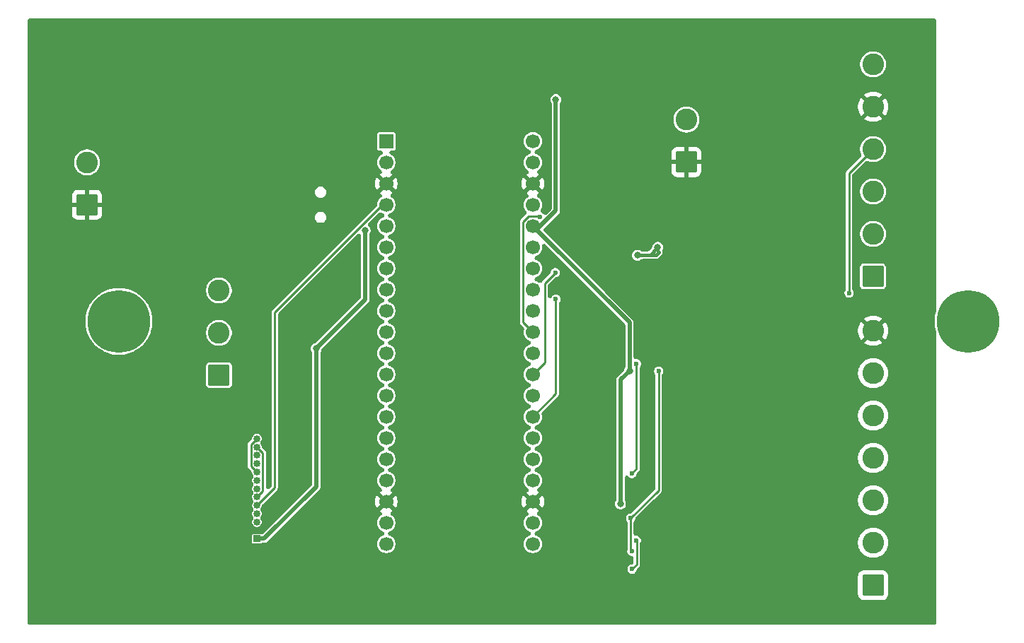
<source format=gbr>
%TF.GenerationSoftware,KiCad,Pcbnew,9.0.7*%
%TF.CreationDate,2026-02-19T00:07:55-06:00*%
%TF.ProjectId,low volt board - NL  S-3C-v2,6c6f7720-766f-46c7-9420-626f61726420,rev?*%
%TF.SameCoordinates,Original*%
%TF.FileFunction,Copper,L2,Bot*%
%TF.FilePolarity,Positive*%
%FSLAX46Y46*%
G04 Gerber Fmt 4.6, Leading zero omitted, Abs format (unit mm)*
G04 Created by KiCad (PCBNEW 9.0.7) date 2026-02-19 00:07:55*
%MOMM*%
%LPD*%
G01*
G04 APERTURE LIST*
G04 Aperture macros list*
%AMRoundRect*
0 Rectangle with rounded corners*
0 $1 Rounding radius*
0 $2 $3 $4 $5 $6 $7 $8 $9 X,Y pos of 4 corners*
0 Add a 4 corners polygon primitive as box body*
4,1,4,$2,$3,$4,$5,$6,$7,$8,$9,$2,$3,0*
0 Add four circle primitives for the rounded corners*
1,1,$1+$1,$2,$3*
1,1,$1+$1,$4,$5*
1,1,$1+$1,$6,$7*
1,1,$1+$1,$8,$9*
0 Add four rect primitives between the rounded corners*
20,1,$1+$1,$2,$3,$4,$5,0*
20,1,$1+$1,$4,$5,$6,$7,0*
20,1,$1+$1,$6,$7,$8,$9,0*
20,1,$1+$1,$8,$9,$2,$3,0*%
G04 Aperture macros list end*
%TA.AperFunction,ComponentPad*%
%ADD10RoundRect,0.250000X1.050000X-1.050000X1.050000X1.050000X-1.050000X1.050000X-1.050000X-1.050000X0*%
%TD*%
%TA.AperFunction,ComponentPad*%
%ADD11C,2.600000*%
%TD*%
%TA.AperFunction,ComponentPad*%
%ADD12C,7.500000*%
%TD*%
%TA.AperFunction,ComponentPad*%
%ADD13R,1.700000X1.700000*%
%TD*%
%TA.AperFunction,ComponentPad*%
%ADD14C,1.700000*%
%TD*%
%TA.AperFunction,ComponentPad*%
%ADD15R,0.850000X0.850000*%
%TD*%
%TA.AperFunction,ComponentPad*%
%ADD16C,0.850000*%
%TD*%
%TA.AperFunction,ViaPad*%
%ADD17C,0.800000*%
%TD*%
%TA.AperFunction,ViaPad*%
%ADD18C,0.600000*%
%TD*%
%TA.AperFunction,Conductor*%
%ADD19C,0.400000*%
%TD*%
%TA.AperFunction,Conductor*%
%ADD20C,0.250000*%
%TD*%
%TA.AperFunction,Conductor*%
%ADD21C,0.500000*%
%TD*%
%TA.AperFunction,Conductor*%
%ADD22C,0.750000*%
%TD*%
G04 APERTURE END LIST*
D10*
%TO.P,J6,1,GND*%
%TO.N,GND*%
X60960000Y-58420000D03*
D11*
%TO.P,J6,2,IO1*%
%TO.N,/Opto In*%
X60960000Y-53340000D03*
%TD*%
D12*
%TO.P,H1,1*%
%TO.N,N/C*%
X64770000Y-72390000D03*
%TD*%
D10*
%TO.P,J4,1,Throw_A*%
%TO.N,/Rnet1*%
X76750000Y-78830000D03*
D11*
%TO.P,J4,2,Common*%
%TO.N,/IO17*%
X76750000Y-73750000D03*
%TO.P,J4,3,Throw_B*%
%TO.N,/Rnet2*%
X76750000Y-68670000D03*
%TD*%
D10*
%TO.P,J8,1,Pin_1*%
%TO.N,GND*%
X132672500Y-53295000D03*
D11*
%TO.P,J8,2,Pin_2*%
%TO.N,+5V*%
X132672500Y-48215000D03*
%TD*%
D10*
%TO.P,J5,1,A2-0*%
%TO.N,/A2-0-E*%
X155000000Y-103995000D03*
D11*
%TO.P,J5,2,A2-1*%
%TO.N,/A2-1-E*%
X155000000Y-98915000D03*
%TO.P,J5,3,A2-2*%
%TO.N,/A2-2-E*%
X155000000Y-93835000D03*
%TO.P,J5,4,A2-3*%
%TO.N,/A2-3-E*%
X155000000Y-88755000D03*
%TO.P,J5,5,A1-2*%
%TO.N,/A1-2-E*%
X155000000Y-83675000D03*
%TO.P,J5,6,A1-3*%
%TO.N,/A1-3-E*%
X155000000Y-78595000D03*
%TO.P,J5,7,GND*%
%TO.N,GND*%
X155000000Y-73515000D03*
%TD*%
D13*
%TO.P,J1,1,GPIO20_(D_P)*%
%TO.N,unconnected-(J1-GPIO20_(D_P)-Pad1)*%
X96760000Y-50800000D03*
D14*
%TO.P,J1,2,GPIO19_(D_N)*%
%TO.N,unconnected-(J1-GPIO19_(D_N)-Pad2)*%
X96760000Y-53340000D03*
%TO.P,J1,3,GND*%
%TO.N,GND*%
X96760000Y-55880000D03*
%TO.P,J1,4,GPIO48*%
%TO.N,/IO48*%
X96760000Y-58420000D03*
%TO.P,J1,5,GPIO47*%
%TO.N,unconnected-(J1-GPIO47-Pad5)*%
X96760000Y-60960000D03*
%TO.P,J1,6,GPIO46*%
%TO.N,unconnected-(J1-GPIO46-Pad6)*%
X96760000Y-63500000D03*
%TO.P,J1,7,GPIO45*%
%TO.N,unconnected-(J1-GPIO45-Pad7)*%
X96760000Y-66040000D03*
%TO.P,J1,8,GND*%
%TO.N,unconnected-(J1-GND-Pad8)*%
X96760000Y-68580000D03*
%TO.P,J1,9,GPIO42*%
%TO.N,unconnected-(J1-GPIO42-Pad9)*%
X96760000Y-71120000D03*
%TO.P,J1,10,GPIO41*%
%TO.N,unconnected-(J1-GPIO41-Pad10)*%
X96760000Y-73660000D03*
%TO.P,J1,11,GPIO40*%
%TO.N,unconnected-(J1-GPIO40-Pad11)*%
X96760000Y-76200000D03*
%TO.P,J1,12,GPIO39*%
%TO.N,/IO39*%
X96760000Y-78740000D03*
%TO.P,J1,13,GND*%
%TO.N,unconnected-(J1-GND-Pad13)*%
X96760000Y-81280000D03*
%TO.P,J1,14,GPIO38*%
%TO.N,/IO38 (SDO)*%
X96760000Y-83820000D03*
%TO.P,J1,15,GPIO37*%
%TO.N,/IO37*%
X96760000Y-86360000D03*
%TO.P,J1,16,GPIO36*%
%TO.N,/IO36*%
X96760000Y-88900000D03*
%TO.P,J1,17,GPIO35*%
%TO.N,/IO35*%
X96760000Y-91440000D03*
%TO.P,J1,18,GND*%
%TO.N,GND*%
X96760000Y-93980000D03*
%TO.P,J1,19,GPIO34*%
%TO.N,unconnected-(J1-GPIO34-Pad19)*%
X96760000Y-96520000D03*
%TO.P,J1,20,GPIO33*%
%TO.N,unconnected-(J1-GPIO33-Pad20)*%
X96760000Y-99060000D03*
%TO.P,J1,21,GPIO43_(UART0_TX)*%
%TO.N,/SCD*%
X114300000Y-99060000D03*
%TO.P,J1,22,GPIO44_(UART0_RX)*%
%TO.N,/SCL*%
X114300000Y-96520000D03*
%TO.P,J1,23,GND*%
%TO.N,GND*%
X114300000Y-93980000D03*
%TO.P,J1,24,GPIO0*%
%TO.N,unconnected-(J1-GPIO0-Pad24)*%
X114300000Y-91440000D03*
%TO.P,J1,25,GPIO1*%
%TO.N,/IO1*%
X114300000Y-88900000D03*
%TO.P,J1,26,GPIO2*%
%TO.N,/IO2*%
X114300000Y-86360000D03*
%TO.P,J1,27,GPIO3*%
%TO.N,/IO3*%
X114300000Y-83820000D03*
%TO.P,J1,28,GND*%
%TO.N,unconnected-(J1-GND-Pad28)*%
X114300000Y-81280000D03*
%TO.P,J1,29,GPIO15*%
%TO.N,/IO15*%
X114300000Y-78740000D03*
%TO.P,J1,30,CHIP_UP*%
%TO.N,unconnected-(J1-CHIP_UP-Pad30)*%
X114300000Y-76200000D03*
%TO.P,J1,31,GPIO18*%
%TO.N,/IO18*%
X114300000Y-73660000D03*
%TO.P,J1,32,GPIO16*%
%TO.N,/IO16*%
X114300000Y-71120000D03*
%TO.P,J1,33,GND*%
%TO.N,unconnected-(J1-GND-Pad33)*%
X114300000Y-68580000D03*
%TO.P,J1,34,GPIO17*%
%TO.N,unconnected-(J1-GPIO17-Pad34)*%
X114300000Y-66040000D03*
%TO.P,J1,35,GPIO21*%
%TO.N,/Buzer-IO21*%
X114300000Y-63500000D03*
%TO.P,J1,36,3V3*%
%TO.N,+3.3V*%
X114300000Y-60960000D03*
%TO.P,J1,37,3V3_EN*%
%TO.N,unconnected-(J1-3V3_EN-Pad37)*%
X114300000Y-58420000D03*
%TO.P,J1,38,GND*%
%TO.N,GND*%
X114300000Y-55880000D03*
%TO.P,J1,39,VSYS*%
%TO.N,unconnected-(J1-VSYS-Pad39)*%
X114300000Y-53340000D03*
%TO.P,J1,40,VBUS*%
%TO.N,+5V*%
X114300000Y-50800000D03*
%TD*%
D10*
%TO.P,J3,1,IN4*%
%TO.N,/IO3*%
X155000000Y-67000000D03*
D11*
%TO.P,J3,2,IN3*%
%TO.N,/IO15*%
X155000000Y-61920000D03*
%TO.P,J3,3,IN2*%
%TO.N,/IO18*%
X155000000Y-56840000D03*
%TO.P,J3,4,IN1*%
%TO.N,/IO16*%
X155000000Y-51760000D03*
%TO.P,J3,5,GND*%
%TO.N,GND*%
X155000000Y-46680000D03*
%TO.P,J3,6,5v*%
%TO.N,+5V*%
X155000000Y-41600000D03*
%TD*%
D15*
%TO.P,J2,1,VCC*%
%TO.N,+3.3V*%
X81280000Y-98440000D03*
D16*
%TO.P,J2,2,GND*%
%TO.N,GND*%
X81280000Y-97440000D03*
%TO.P,J2,3,CS*%
%TO.N,/IO2*%
X81280000Y-96440000D03*
%TO.P,J2,4,RESET*%
%TO.N,/IO1*%
X81280000Y-95440000D03*
%TO.P,J2,5,DC*%
%TO.N,/IO48*%
X81280000Y-94440000D03*
%TO.P,J2,6,SDI(MOSI)*%
%TO.N,/IO35*%
X81280000Y-93440000D03*
%TO.P,J2,7,SCK*%
%TO.N,/IO36*%
X81280000Y-92440000D03*
%TO.P,J2,8,LED*%
%TO.N,/IO37*%
X81280000Y-91440000D03*
%TO.P,J2,9,SDO(MISO)*%
%TO.N,/IO38 (SDO)*%
X81280000Y-90440000D03*
%TO.P,J2,10,T_CLK*%
%TO.N,/IO36*%
X81280000Y-89440000D03*
%TO.P,J2,11,T_CS*%
%TO.N,/IO39*%
X81280000Y-88440000D03*
%TO.P,J2,12,T_DIN*%
%TO.N,/IO35*%
X81280000Y-87440000D03*
%TO.P,J2,13,T_DO*%
%TO.N,/IO38 (SDO)*%
X81280000Y-86440000D03*
%TD*%
D12*
%TO.P,H2,1*%
%TO.N,N/C*%
X166370000Y-72390000D03*
%TD*%
D17*
%TO.N,/Buzzer-2*%
X126813000Y-64466100D03*
X129244600Y-63528300D03*
D18*
%TO.N,/SDA*%
X129339000Y-78335600D03*
X125992000Y-95971900D03*
X126147000Y-99932400D03*
%TO.N,/SCL*%
X126145000Y-90612100D03*
X126700000Y-77458600D03*
%TO.N,/A2-0*%
X126683000Y-98643100D03*
X126179000Y-102082000D03*
%TO.N,/IO16*%
X152129000Y-68983200D03*
%TO.N,/IO3*%
X117054000Y-69709000D03*
%TO.N,/IO18*%
X115173000Y-59876700D03*
%TO.N,/IO15*%
X116986000Y-66549700D03*
D17*
%TO.N,+3.3V*%
X88383100Y-75636300D03*
X125862000Y-78298800D03*
X94236100Y-61492300D03*
X124781000Y-94241600D03*
X117054000Y-45800400D03*
%TO.N,GND*%
X142944000Y-43684700D03*
D18*
X121920000Y-78740000D03*
D17*
X131102000Y-96986300D03*
X131895000Y-42846000D03*
X134863000Y-93367500D03*
X78740000Y-53540100D03*
X131102000Y-102676000D03*
X121950000Y-77636300D03*
D18*
X121920000Y-97790000D03*
D17*
X131070000Y-79563500D03*
X126089000Y-43036600D03*
X78468900Y-58038800D03*
X135621000Y-43684700D03*
X84180500Y-57956200D03*
X131102000Y-84361900D03*
X131102000Y-89096500D03*
X141130000Y-42974100D03*
X139991000Y-102735000D03*
X125409000Y-60572400D03*
%TD*%
D19*
%TO.N,/Buzzer-2*%
X126830000Y-64450000D02*
X126813000Y-64466100D01*
X128322900Y-64450000D02*
X126830000Y-64450000D01*
X128322900Y-64450000D02*
X129244600Y-63528300D01*
X129000000Y-64450000D02*
X128322900Y-64450000D01*
X129350000Y-64100000D02*
X129000000Y-64450000D01*
X129290000Y-64040000D02*
X129350000Y-64100000D01*
D20*
%TO.N,/SDA*%
X125992000Y-99776900D02*
X125992000Y-95971900D01*
X126147000Y-99932400D02*
X125992000Y-99776900D01*
X129339000Y-92624500D02*
X125992000Y-95971900D01*
X129339000Y-78335600D02*
X129339000Y-92624500D01*
%TO.N,/SCL*%
X126700000Y-90057100D02*
X126700000Y-77458600D01*
X126145000Y-90612100D02*
X126700000Y-90057100D01*
%TO.N,/A2-0*%
X126724000Y-98683700D02*
X126683000Y-98643100D01*
X126724000Y-101537000D02*
X126724000Y-98683700D01*
X126179000Y-102082000D02*
X126724000Y-101537000D01*
%TO.N,/IO16*%
X152129000Y-54630800D02*
X152129000Y-68983200D01*
X155000000Y-51760000D02*
X152129000Y-54630800D01*
%TO.N,/IO3*%
X117054000Y-81065800D02*
X114300000Y-83820000D01*
X117054000Y-69709000D02*
X117054000Y-81065800D01*
%TO.N,/IO18*%
X115080000Y-59783300D02*
X115173000Y-59876700D01*
X113796000Y-59783300D02*
X115080000Y-59783300D01*
X113123000Y-60456100D02*
X113796000Y-59783300D01*
X113123000Y-72483300D02*
X113123000Y-60456100D01*
X114300000Y-73660000D02*
X113123000Y-72483300D01*
%TO.N,/IO15*%
X115715000Y-77325200D02*
X114300000Y-78740000D01*
X115715000Y-67820600D02*
X115715000Y-77325200D01*
X116986000Y-66549700D02*
X115715000Y-67820600D01*
%TO.N,/IO48*%
X83424600Y-92295400D02*
X81280000Y-94440000D01*
X83424600Y-71276200D02*
X83424600Y-92295400D01*
X96280800Y-58420000D02*
X83424600Y-71276200D01*
X96760000Y-58420000D02*
X96280800Y-58420000D01*
%TO.N,/IO35*%
X81992200Y-92727800D02*
X81280000Y-93440000D01*
X81992200Y-88152200D02*
X81992200Y-92727800D01*
X81280000Y-87440000D02*
X81992200Y-88152200D01*
%TO.N,/IO38 (SDO)*%
X80574000Y-87146000D02*
X81280000Y-86440000D01*
X80574000Y-89734000D02*
X80574000Y-87146000D01*
X81280000Y-90440000D02*
X80574000Y-89734000D01*
D21*
%TO.N,+3.3V*%
X124781000Y-79380200D02*
X124781000Y-94241600D01*
X125862000Y-78298800D02*
X124781000Y-79380200D01*
X117054000Y-59137900D02*
X114766000Y-61426000D01*
X117054000Y-45800400D02*
X117054000Y-59137900D01*
X88383100Y-92213600D02*
X88383100Y-75636300D01*
X82156700Y-98440000D02*
X88383100Y-92213600D01*
X81280000Y-98440000D02*
X82156700Y-98440000D01*
X125862000Y-72522200D02*
X125862000Y-78298800D01*
X114766000Y-61426000D02*
X125862000Y-72522200D01*
X94236100Y-69783300D02*
X88383100Y-75636300D01*
X94236100Y-61492300D02*
X94236100Y-69783300D01*
X114300000Y-60960000D02*
X114766000Y-61426000D01*
D22*
%TO.N,GND*%
X122131000Y-93905700D02*
X122069000Y-93905700D01*
%TD*%
%TA.AperFunction,Conductor*%
%TO.N,GND*%
G36*
X162406288Y-36079454D02*
G01*
X162487070Y-36133430D01*
X162541046Y-36214212D01*
X162560000Y-36309500D01*
X162560000Y-71131650D01*
X162549278Y-71203931D01*
X162484711Y-71416777D01*
X162408026Y-71802302D01*
X162369500Y-72193467D01*
X162369500Y-72586532D01*
X162408026Y-72977697D01*
X162484711Y-73363222D01*
X162511333Y-73450981D01*
X162548465Y-73573389D01*
X162549278Y-73576067D01*
X162560000Y-73648348D01*
X162560000Y-108470500D01*
X162541046Y-108565788D01*
X162487070Y-108646570D01*
X162406288Y-108700546D01*
X162311000Y-108719500D01*
X54089500Y-108719500D01*
X53994212Y-108700546D01*
X53913430Y-108646570D01*
X53859454Y-108565788D01*
X53840500Y-108470500D01*
X53840500Y-102894988D01*
X153199500Y-102894988D01*
X153199500Y-105095006D01*
X153210001Y-105197800D01*
X153265185Y-105364331D01*
X153265186Y-105364334D01*
X153357288Y-105513656D01*
X153481344Y-105637712D01*
X153630666Y-105729814D01*
X153630669Y-105729815D01*
X153630667Y-105729815D01*
X153794310Y-105784040D01*
X153797203Y-105784999D01*
X153899991Y-105795500D01*
X156100008Y-105795499D01*
X156202797Y-105784999D01*
X156369334Y-105729814D01*
X156518656Y-105637712D01*
X156642712Y-105513656D01*
X156734814Y-105364334D01*
X156789999Y-105197797D01*
X156800500Y-105095009D01*
X156800499Y-102894992D01*
X156789999Y-102792203D01*
X156734814Y-102625666D01*
X156642712Y-102476344D01*
X156518656Y-102352288D01*
X156369334Y-102260186D01*
X156369332Y-102260185D01*
X156369330Y-102260184D01*
X156369332Y-102260184D01*
X156202802Y-102205002D01*
X156202798Y-102205001D01*
X156202797Y-102205001D01*
X156100009Y-102194500D01*
X156100005Y-102194500D01*
X153899993Y-102194500D01*
X153797199Y-102205001D01*
X153630667Y-102260185D01*
X153481346Y-102352286D01*
X153357286Y-102476346D01*
X153265184Y-102625668D01*
X153210002Y-102792197D01*
X153210001Y-102792204D01*
X153199500Y-102894988D01*
X53840500Y-102894988D01*
X53840500Y-87096563D01*
X80198500Y-87096563D01*
X80198500Y-87096565D01*
X80198500Y-89783435D01*
X80224090Y-89878938D01*
X80237153Y-89901563D01*
X80273524Y-89964561D01*
X80631570Y-90322607D01*
X80685546Y-90403389D01*
X80689139Y-90412572D01*
X80704500Y-90454252D01*
X80704500Y-90515766D01*
X80743719Y-90662135D01*
X80819485Y-90793365D01*
X80835306Y-90809186D01*
X80851783Y-90853895D01*
X80853577Y-90865252D01*
X80858661Y-90875561D01*
X80861107Y-90912893D01*
X80866949Y-90949859D01*
X80864261Y-90961037D01*
X80865013Y-90972508D01*
X80852984Y-91007940D01*
X80844237Y-91044322D01*
X80837477Y-91053619D01*
X80833781Y-91064507D01*
X80822594Y-91081248D01*
X80743718Y-91217866D01*
X80704500Y-91364233D01*
X80704500Y-91515766D01*
X80743718Y-91662133D01*
X80827645Y-91807499D01*
X80825663Y-91808642D01*
X80858661Y-91875561D01*
X80865013Y-91972508D01*
X80833781Y-92064507D01*
X80822594Y-92081248D01*
X80743718Y-92217866D01*
X80704500Y-92364233D01*
X80704500Y-92515766D01*
X80733628Y-92624477D01*
X80743719Y-92662135D01*
X80750527Y-92673926D01*
X80827645Y-92807499D01*
X80825663Y-92808642D01*
X80858661Y-92875561D01*
X80865013Y-92972508D01*
X80833781Y-93064507D01*
X80822594Y-93081248D01*
X80743718Y-93217866D01*
X80729092Y-93272454D01*
X80704500Y-93364234D01*
X80704500Y-93515766D01*
X80743719Y-93662135D01*
X80772047Y-93711200D01*
X80827645Y-93807499D01*
X80825663Y-93808642D01*
X80858661Y-93875561D01*
X80865013Y-93972508D01*
X80833781Y-94064507D01*
X80822594Y-94081248D01*
X80743718Y-94217866D01*
X80704500Y-94364233D01*
X80704500Y-94515766D01*
X80743718Y-94662133D01*
X80827645Y-94807499D01*
X80825663Y-94808642D01*
X80858661Y-94875561D01*
X80865013Y-94972508D01*
X80833781Y-95064507D01*
X80822594Y-95081248D01*
X80743718Y-95217866D01*
X80704500Y-95364233D01*
X80704500Y-95515766D01*
X80743718Y-95662133D01*
X80827645Y-95807499D01*
X80825663Y-95808642D01*
X80858661Y-95875561D01*
X80865013Y-95972508D01*
X80833781Y-96064507D01*
X80822594Y-96081248D01*
X80743718Y-96217866D01*
X80704500Y-96364233D01*
X80704500Y-96515766D01*
X80743718Y-96662133D01*
X80819482Y-96793361D01*
X80819483Y-96793362D01*
X80819485Y-96793365D01*
X80926635Y-96900515D01*
X81057865Y-96976281D01*
X81204234Y-97015500D01*
X81355766Y-97015500D01*
X81502135Y-96976281D01*
X81633365Y-96900515D01*
X81740515Y-96793365D01*
X81816281Y-96662135D01*
X81855500Y-96515766D01*
X81855500Y-96364234D01*
X81840945Y-96309915D01*
X81816281Y-96217866D01*
X81816281Y-96217865D01*
X81740515Y-96086635D01*
X81732355Y-96072501D01*
X81734337Y-96071356D01*
X81701343Y-96004458D01*
X81694984Y-95907511D01*
X81726209Y-95815510D01*
X81737398Y-95798763D01*
X81740515Y-95793365D01*
X81816281Y-95662135D01*
X81855500Y-95515766D01*
X81855500Y-95364234D01*
X81847741Y-95335278D01*
X81816281Y-95217866D01*
X81816281Y-95217865D01*
X81761279Y-95122599D01*
X81732355Y-95072501D01*
X81734337Y-95071356D01*
X81701343Y-95004458D01*
X81694984Y-94907511D01*
X81708216Y-94853895D01*
X81724692Y-94809187D01*
X81740515Y-94793365D01*
X81816281Y-94662135D01*
X81855500Y-94515766D01*
X81855500Y-94454251D01*
X81870861Y-94412571D01*
X81873477Y-94408298D01*
X81874454Y-94403388D01*
X81898754Y-94367019D01*
X81921597Y-94329716D01*
X81925646Y-94326771D01*
X81928427Y-94322609D01*
X83725074Y-92525963D01*
X83727988Y-92520916D01*
X83727989Y-92520915D01*
X83752530Y-92478408D01*
X83774510Y-92440338D01*
X83800100Y-92344835D01*
X83800100Y-71534876D01*
X83819054Y-71439588D01*
X83873028Y-71358808D01*
X93310530Y-61921305D01*
X93391312Y-61867330D01*
X93486600Y-61848376D01*
X93581888Y-61867330D01*
X93662670Y-61921306D01*
X93716646Y-62002088D01*
X93735600Y-62097376D01*
X93735600Y-69472846D01*
X93716646Y-69568134D01*
X93662670Y-69648916D01*
X88380872Y-74930713D01*
X88300090Y-74984689D01*
X88253383Y-74998858D01*
X88193356Y-75010798D01*
X88074977Y-75059832D01*
X88074972Y-75059835D01*
X87968434Y-75131021D01*
X87877821Y-75221634D01*
X87806635Y-75328172D01*
X87806632Y-75328177D01*
X87757598Y-75446557D01*
X87732600Y-75572228D01*
X87732600Y-75700371D01*
X87757598Y-75826042D01*
X87806632Y-75944422D01*
X87806635Y-75944427D01*
X87840636Y-75995313D01*
X87877816Y-76085072D01*
X87882600Y-76133650D01*
X87882600Y-91903146D01*
X87863646Y-91998434D01*
X87809670Y-92079216D01*
X82059239Y-97829646D01*
X81978457Y-97883622D01*
X81883169Y-97902576D01*
X81787881Y-97883622D01*
X81784711Y-97881927D01*
X81763719Y-97873231D01*
X81719822Y-97864500D01*
X81719820Y-97864500D01*
X80840180Y-97864500D01*
X80840177Y-97864500D01*
X80796280Y-97873231D01*
X80746497Y-97906495D01*
X80746495Y-97906497D01*
X80713231Y-97956280D01*
X80704500Y-98000177D01*
X80704500Y-98879822D01*
X80713231Y-98923719D01*
X80713232Y-98923721D01*
X80713233Y-98923722D01*
X80746496Y-98973504D01*
X80796278Y-99006767D01*
X80796280Y-99006768D01*
X80822571Y-99011997D01*
X80840178Y-99015499D01*
X80840179Y-99015500D01*
X80840180Y-99015500D01*
X81719821Y-99015500D01*
X81719821Y-99015499D01*
X81746113Y-99010269D01*
X81763719Y-99006768D01*
X81763719Y-99006767D01*
X81763722Y-99006767D01*
X81800097Y-98982462D01*
X81889855Y-98945284D01*
X81938431Y-98940500D01*
X82222592Y-98940500D01*
X82349886Y-98906392D01*
X82464014Y-98840500D01*
X88690411Y-92614101D01*
X88690414Y-92614100D01*
X88783600Y-92520914D01*
X88849492Y-92406786D01*
X88883600Y-92279492D01*
X88883600Y-76133650D01*
X88902554Y-76038362D01*
X88911939Y-76015704D01*
X88959565Y-75944427D01*
X89008601Y-75826044D01*
X89025326Y-75741963D01*
X89034710Y-75719309D01*
X89048335Y-75698916D01*
X89057720Y-75676261D01*
X89088681Y-75638532D01*
X94636600Y-70090614D01*
X94702492Y-69976486D01*
X94736600Y-69849192D01*
X94736600Y-69717408D01*
X94736600Y-61989650D01*
X94755554Y-61894362D01*
X94778564Y-61851313D01*
X94812565Y-61800427D01*
X94861601Y-61682044D01*
X94886600Y-61556369D01*
X94886600Y-61428231D01*
X94861601Y-61302556D01*
X94812565Y-61184173D01*
X94741376Y-61077631D01*
X94650769Y-60987024D01*
X94650765Y-60987021D01*
X94650764Y-60987020D01*
X94641311Y-60979262D01*
X94643403Y-60976712D01*
X94590932Y-60924196D01*
X94553791Y-60834421D01*
X94553832Y-60737266D01*
X94591050Y-60647522D01*
X94621952Y-60609883D01*
X95851777Y-59380058D01*
X95932556Y-59326085D01*
X96027844Y-59307131D01*
X96123132Y-59326085D01*
X96137234Y-59332446D01*
X96156681Y-59341956D01*
X96183212Y-59361232D01*
X96337555Y-59439873D01*
X96395216Y-59458608D01*
X96410975Y-59466315D01*
X96435926Y-59485330D01*
X96463298Y-59500659D01*
X96474219Y-59514513D01*
X96488248Y-59525204D01*
X96504022Y-59552318D01*
X96523446Y-59576957D01*
X96528234Y-59593934D01*
X96537104Y-59609181D01*
X96541301Y-59640270D01*
X96549817Y-59670464D01*
X96547743Y-59687981D01*
X96550104Y-59705462D01*
X96542085Y-59735790D01*
X96538398Y-59766945D01*
X96529779Y-59782335D01*
X96525270Y-59799390D01*
X96506254Y-59824341D01*
X96490926Y-59851713D01*
X96477071Y-59862634D01*
X96466381Y-59876663D01*
X96439266Y-59892437D01*
X96414628Y-59911861D01*
X96384257Y-59924440D01*
X96382404Y-59925519D01*
X96381291Y-59925669D01*
X96378530Y-59926813D01*
X96337562Y-59940124D01*
X96337556Y-59940126D01*
X96183207Y-60018770D01*
X96043077Y-60120581D01*
X95920581Y-60243077D01*
X95818770Y-60383207D01*
X95740126Y-60537556D01*
X95740124Y-60537562D01*
X95686597Y-60702302D01*
X95659501Y-60873378D01*
X95659500Y-60873393D01*
X95659500Y-61046606D01*
X95659501Y-61046621D01*
X95686597Y-61217697D01*
X95740124Y-61382437D01*
X95740126Y-61382443D01*
X95818770Y-61536792D01*
X95920581Y-61676922D01*
X95920583Y-61676924D01*
X95920586Y-61676928D01*
X96043072Y-61799414D01*
X96043075Y-61799416D01*
X96043077Y-61799418D01*
X96183207Y-61901229D01*
X96183209Y-61901230D01*
X96183212Y-61901232D01*
X96337555Y-61979873D01*
X96356846Y-61986141D01*
X96378530Y-61993187D01*
X96463298Y-62040659D01*
X96523446Y-62116957D01*
X96549817Y-62210464D01*
X96538398Y-62306945D01*
X96490926Y-62391713D01*
X96414628Y-62451861D01*
X96378530Y-62466813D01*
X96337562Y-62480124D01*
X96337556Y-62480126D01*
X96183207Y-62558770D01*
X96043077Y-62660581D01*
X95920581Y-62783077D01*
X95818770Y-62923207D01*
X95740126Y-63077556D01*
X95740124Y-63077562D01*
X95686597Y-63242302D01*
X95659501Y-63413378D01*
X95659500Y-63413393D01*
X95659500Y-63586606D01*
X95659501Y-63586621D01*
X95686597Y-63757697D01*
X95740124Y-63922437D01*
X95740126Y-63922443D01*
X95818770Y-64076792D01*
X95920581Y-64216922D01*
X95920583Y-64216924D01*
X95920586Y-64216928D01*
X96043072Y-64339414D01*
X96043075Y-64339416D01*
X96043077Y-64339418D01*
X96183207Y-64441229D01*
X96183209Y-64441230D01*
X96183212Y-64441232D01*
X96337555Y-64519873D01*
X96356846Y-64526141D01*
X96378530Y-64533187D01*
X96463298Y-64580659D01*
X96523446Y-64656957D01*
X96549817Y-64750464D01*
X96538398Y-64846945D01*
X96490926Y-64931713D01*
X96414628Y-64991861D01*
X96378530Y-65006813D01*
X96337562Y-65020124D01*
X96337556Y-65020126D01*
X96183207Y-65098770D01*
X96043077Y-65200581D01*
X95920581Y-65323077D01*
X95818770Y-65463207D01*
X95740126Y-65617556D01*
X95740124Y-65617562D01*
X95686597Y-65782302D01*
X95659501Y-65953378D01*
X95659500Y-65953393D01*
X95659500Y-66126606D01*
X95659501Y-66126621D01*
X95686597Y-66297697D01*
X95740124Y-66462437D01*
X95740126Y-66462443D01*
X95818770Y-66616792D01*
X95920581Y-66756922D01*
X95920583Y-66756924D01*
X95920586Y-66756928D01*
X96043072Y-66879414D01*
X96043075Y-66879416D01*
X96043077Y-66879418D01*
X96183207Y-66981229D01*
X96183209Y-66981230D01*
X96183212Y-66981232D01*
X96337555Y-67059873D01*
X96356846Y-67066141D01*
X96378530Y-67073187D01*
X96463298Y-67120659D01*
X96523446Y-67196957D01*
X96549817Y-67290464D01*
X96538398Y-67386945D01*
X96490926Y-67471713D01*
X96414628Y-67531861D01*
X96378530Y-67546813D01*
X96337562Y-67560124D01*
X96337556Y-67560126D01*
X96183207Y-67638770D01*
X96043077Y-67740581D01*
X95920581Y-67863077D01*
X95818770Y-68003207D01*
X95740126Y-68157556D01*
X95740124Y-68157562D01*
X95686597Y-68322302D01*
X95659501Y-68493378D01*
X95659500Y-68493393D01*
X95659500Y-68666606D01*
X95659501Y-68666621D01*
X95686597Y-68837697D01*
X95740124Y-69002437D01*
X95740126Y-69002443D01*
X95818770Y-69156792D01*
X95920581Y-69296922D01*
X95920583Y-69296924D01*
X95920586Y-69296928D01*
X96043072Y-69419414D01*
X96043075Y-69419416D01*
X96043077Y-69419418D01*
X96183207Y-69521229D01*
X96183209Y-69521230D01*
X96183212Y-69521232D01*
X96337555Y-69599873D01*
X96356846Y-69606141D01*
X96378530Y-69613187D01*
X96463298Y-69660659D01*
X96523446Y-69736957D01*
X96549817Y-69830464D01*
X96538398Y-69926945D01*
X96490926Y-70011713D01*
X96414628Y-70071861D01*
X96378530Y-70086813D01*
X96337562Y-70100124D01*
X96337556Y-70100126D01*
X96183207Y-70178770D01*
X96043077Y-70280581D01*
X95920581Y-70403077D01*
X95818770Y-70543207D01*
X95740126Y-70697556D01*
X95740124Y-70697562D01*
X95686597Y-70862302D01*
X95659501Y-71033378D01*
X95659500Y-71033393D01*
X95659500Y-71206606D01*
X95659501Y-71206621D01*
X95662692Y-71226765D01*
X95686598Y-71377701D01*
X95709503Y-71448195D01*
X95740124Y-71542437D01*
X95740126Y-71542443D01*
X95818770Y-71696792D01*
X95920581Y-71836922D01*
X95920583Y-71836924D01*
X95920586Y-71836928D01*
X96043072Y-71959414D01*
X96043075Y-71959416D01*
X96043077Y-71959418D01*
X96183207Y-72061229D01*
X96183209Y-72061230D01*
X96183212Y-72061232D01*
X96337555Y-72139873D01*
X96356846Y-72146141D01*
X96378530Y-72153187D01*
X96463298Y-72200659D01*
X96523446Y-72276957D01*
X96549817Y-72370464D01*
X96538398Y-72466945D01*
X96490926Y-72551713D01*
X96414628Y-72611861D01*
X96378530Y-72626813D01*
X96337562Y-72640124D01*
X96337556Y-72640126D01*
X96183207Y-72718770D01*
X96043077Y-72820581D01*
X95920581Y-72943077D01*
X95818770Y-73083207D01*
X95740126Y-73237556D01*
X95740124Y-73237562D01*
X95686597Y-73402302D01*
X95659501Y-73573378D01*
X95659500Y-73573393D01*
X95659500Y-73746606D01*
X95659501Y-73746621D01*
X95679363Y-73872024D01*
X95686598Y-73917701D01*
X95740127Y-74082445D01*
X95746442Y-74094839D01*
X95818770Y-74236792D01*
X95920581Y-74376922D01*
X95920583Y-74376924D01*
X95920586Y-74376928D01*
X96043072Y-74499414D01*
X96043075Y-74499416D01*
X96043077Y-74499418D01*
X96183207Y-74601229D01*
X96183209Y-74601230D01*
X96183212Y-74601232D01*
X96337555Y-74679873D01*
X96356846Y-74686141D01*
X96378530Y-74693187D01*
X96463298Y-74740659D01*
X96523446Y-74816957D01*
X96549817Y-74910464D01*
X96538398Y-75006945D01*
X96490926Y-75091713D01*
X96414628Y-75151861D01*
X96378530Y-75166813D01*
X96337562Y-75180124D01*
X96337556Y-75180126D01*
X96183207Y-75258770D01*
X96043077Y-75360581D01*
X95920581Y-75483077D01*
X95818770Y-75623207D01*
X95740126Y-75777556D01*
X95740124Y-75777562D01*
X95686597Y-75942302D01*
X95659501Y-76113378D01*
X95659500Y-76113393D01*
X95659500Y-76286606D01*
X95659501Y-76286621D01*
X95686597Y-76457697D01*
X95740124Y-76622437D01*
X95740126Y-76622443D01*
X95818770Y-76776792D01*
X95920581Y-76916922D01*
X95920583Y-76916924D01*
X95920586Y-76916928D01*
X96043072Y-77039414D01*
X96043075Y-77039416D01*
X96043077Y-77039418D01*
X96183207Y-77141229D01*
X96183209Y-77141230D01*
X96183212Y-77141232D01*
X96337555Y-77219873D01*
X96356846Y-77226141D01*
X96378530Y-77233187D01*
X96463298Y-77280659D01*
X96523446Y-77356957D01*
X96549817Y-77450464D01*
X96538398Y-77546945D01*
X96490926Y-77631713D01*
X96414628Y-77691861D01*
X96378530Y-77706813D01*
X96337562Y-77720124D01*
X96337556Y-77720126D01*
X96183207Y-77798770D01*
X96043077Y-77900581D01*
X95920581Y-78023077D01*
X95818770Y-78163207D01*
X95740126Y-78317556D01*
X95740124Y-78317562D01*
X95686597Y-78482302D01*
X95659501Y-78653378D01*
X95659500Y-78653393D01*
X95659500Y-78826606D01*
X95659501Y-78826621D01*
X95681262Y-78964011D01*
X95686598Y-78997701D01*
X95698756Y-79035119D01*
X95740124Y-79162437D01*
X95740126Y-79162443D01*
X95818770Y-79316792D01*
X95920581Y-79456922D01*
X95920583Y-79456924D01*
X95920586Y-79456928D01*
X96043072Y-79579414D01*
X96043075Y-79579416D01*
X96043077Y-79579418D01*
X96183207Y-79681229D01*
X96183209Y-79681230D01*
X96183212Y-79681232D01*
X96337555Y-79759873D01*
X96356846Y-79766141D01*
X96378530Y-79773187D01*
X96463298Y-79820659D01*
X96523446Y-79896957D01*
X96549817Y-79990464D01*
X96538398Y-80086945D01*
X96490926Y-80171713D01*
X96414628Y-80231861D01*
X96378530Y-80246813D01*
X96337562Y-80260124D01*
X96337556Y-80260126D01*
X96183207Y-80338770D01*
X96043077Y-80440581D01*
X95920581Y-80563077D01*
X95818770Y-80703207D01*
X95740126Y-80857556D01*
X95740124Y-80857562D01*
X95686597Y-81022302D01*
X95659501Y-81193378D01*
X95659500Y-81193393D01*
X95659500Y-81366606D01*
X95659501Y-81366621D01*
X95686597Y-81537697D01*
X95740124Y-81702437D01*
X95740126Y-81702443D01*
X95818770Y-81856792D01*
X95920581Y-81996922D01*
X95920583Y-81996924D01*
X95920586Y-81996928D01*
X96043072Y-82119414D01*
X96043075Y-82119416D01*
X96043077Y-82119418D01*
X96183207Y-82221229D01*
X96183209Y-82221230D01*
X96183212Y-82221232D01*
X96337555Y-82299873D01*
X96356846Y-82306141D01*
X96378530Y-82313187D01*
X96463298Y-82360659D01*
X96523446Y-82436957D01*
X96549817Y-82530464D01*
X96538398Y-82626945D01*
X96490926Y-82711713D01*
X96414628Y-82771861D01*
X96378530Y-82786813D01*
X96337562Y-82800124D01*
X96337556Y-82800126D01*
X96183207Y-82878770D01*
X96043077Y-82980581D01*
X95920581Y-83103077D01*
X95818770Y-83243207D01*
X95740126Y-83397556D01*
X95740124Y-83397562D01*
X95686597Y-83562302D01*
X95659501Y-83733378D01*
X95659500Y-83733393D01*
X95659500Y-83906606D01*
X95659501Y-83906621D01*
X95686597Y-84077697D01*
X95740124Y-84242437D01*
X95740126Y-84242443D01*
X95818770Y-84396792D01*
X95920581Y-84536922D01*
X95920583Y-84536924D01*
X95920586Y-84536928D01*
X96043072Y-84659414D01*
X96043075Y-84659416D01*
X96043077Y-84659418D01*
X96183207Y-84761229D01*
X96183209Y-84761230D01*
X96183212Y-84761232D01*
X96337555Y-84839873D01*
X96356846Y-84846141D01*
X96378530Y-84853187D01*
X96463298Y-84900659D01*
X96523446Y-84976957D01*
X96549817Y-85070464D01*
X96538398Y-85166945D01*
X96490926Y-85251713D01*
X96414628Y-85311861D01*
X96378530Y-85326813D01*
X96337562Y-85340124D01*
X96337556Y-85340126D01*
X96183207Y-85418770D01*
X96043077Y-85520581D01*
X95920581Y-85643077D01*
X95818770Y-85783207D01*
X95740126Y-85937556D01*
X95740124Y-85937562D01*
X95686597Y-86102302D01*
X95659501Y-86273378D01*
X95659500Y-86273393D01*
X95659500Y-86446606D01*
X95659501Y-86446621D01*
X95686597Y-86617697D01*
X95740124Y-86782437D01*
X95740126Y-86782443D01*
X95818770Y-86936792D01*
X95920581Y-87076922D01*
X95920583Y-87076924D01*
X95920586Y-87076928D01*
X96043072Y-87199414D01*
X96043075Y-87199416D01*
X96043077Y-87199418D01*
X96183207Y-87301229D01*
X96183209Y-87301230D01*
X96183212Y-87301232D01*
X96337555Y-87379873D01*
X96356846Y-87386141D01*
X96378530Y-87393187D01*
X96463298Y-87440659D01*
X96523446Y-87516957D01*
X96549817Y-87610464D01*
X96538398Y-87706945D01*
X96490926Y-87791713D01*
X96414628Y-87851861D01*
X96378530Y-87866813D01*
X96337562Y-87880124D01*
X96337556Y-87880126D01*
X96183207Y-87958770D01*
X96043077Y-88060581D01*
X95920581Y-88183077D01*
X95818770Y-88323207D01*
X95740126Y-88477556D01*
X95740124Y-88477562D01*
X95686597Y-88642302D01*
X95659501Y-88813378D01*
X95659500Y-88813393D01*
X95659500Y-88986606D01*
X95659501Y-88986621D01*
X95686597Y-89157697D01*
X95740124Y-89322437D01*
X95740126Y-89322443D01*
X95818770Y-89476792D01*
X95920581Y-89616922D01*
X95920583Y-89616924D01*
X95920586Y-89616928D01*
X96043072Y-89739414D01*
X96043075Y-89739416D01*
X96043077Y-89739418D01*
X96183207Y-89841229D01*
X96183209Y-89841230D01*
X96183212Y-89841232D01*
X96337555Y-89919873D01*
X96356846Y-89926141D01*
X96378530Y-89933187D01*
X96463298Y-89980659D01*
X96523446Y-90056957D01*
X96549817Y-90150464D01*
X96538398Y-90246945D01*
X96490926Y-90331713D01*
X96414628Y-90391861D01*
X96378530Y-90406813D01*
X96337562Y-90420124D01*
X96337556Y-90420126D01*
X96183207Y-90498770D01*
X96043077Y-90600581D01*
X95920581Y-90723077D01*
X95818770Y-90863207D01*
X95740126Y-91017556D01*
X95740124Y-91017562D01*
X95686597Y-91182302D01*
X95659501Y-91353378D01*
X95659500Y-91353393D01*
X95659500Y-91526606D01*
X95659501Y-91526621D01*
X95686597Y-91697697D01*
X95740124Y-91862437D01*
X95740126Y-91862443D01*
X95818770Y-92016792D01*
X95920581Y-92156922D01*
X95920583Y-92156924D01*
X95920586Y-92156928D01*
X96043072Y-92279414D01*
X96043075Y-92279416D01*
X96043079Y-92279420D01*
X96043082Y-92279422D01*
X96159899Y-92364295D01*
X96225848Y-92435638D01*
X96259475Y-92526788D01*
X96255661Y-92623868D01*
X96214986Y-92712098D01*
X96143643Y-92778047D01*
X96126586Y-92787600D01*
X96052450Y-92825374D01*
X96052441Y-92825380D01*
X95998281Y-92864728D01*
X96630591Y-93497037D01*
X96567007Y-93514075D01*
X96452993Y-93579901D01*
X96359901Y-93672993D01*
X96294075Y-93787007D01*
X96277037Y-93850590D01*
X95644728Y-93218281D01*
X95605380Y-93272441D01*
X95605372Y-93272454D01*
X95508908Y-93461774D01*
X95508904Y-93461784D01*
X95443241Y-93663876D01*
X95410000Y-93873743D01*
X95410000Y-94086256D01*
X95443241Y-94296123D01*
X95508904Y-94498215D01*
X95508908Y-94498225D01*
X95605371Y-94687545D01*
X95605375Y-94687551D01*
X95644729Y-94741717D01*
X96277037Y-94109408D01*
X96294075Y-94172993D01*
X96359901Y-94287007D01*
X96452993Y-94380099D01*
X96567007Y-94445925D01*
X96630589Y-94462962D01*
X95998282Y-95095269D01*
X95998282Y-95095270D01*
X96052445Y-95134622D01*
X96126584Y-95172398D01*
X96202882Y-95232546D01*
X96250354Y-95317313D01*
X96261773Y-95413795D01*
X96235402Y-95507302D01*
X96175254Y-95583600D01*
X96159900Y-95595704D01*
X96043078Y-95680580D01*
X95920581Y-95803077D01*
X95818770Y-95943207D01*
X95740126Y-96097556D01*
X95740124Y-96097562D01*
X95686597Y-96262302D01*
X95659501Y-96433378D01*
X95659500Y-96433393D01*
X95659500Y-96606606D01*
X95659501Y-96606621D01*
X95668294Y-96662135D01*
X95686598Y-96777701D01*
X95691688Y-96793365D01*
X95740124Y-96942437D01*
X95740126Y-96942443D01*
X95818770Y-97096792D01*
X95920581Y-97236922D01*
X95920583Y-97236924D01*
X95920586Y-97236928D01*
X96043072Y-97359414D01*
X96043075Y-97359416D01*
X96043077Y-97359418D01*
X96183207Y-97461229D01*
X96183209Y-97461230D01*
X96183212Y-97461232D01*
X96337555Y-97539873D01*
X96356846Y-97546141D01*
X96378530Y-97553187D01*
X96463298Y-97600659D01*
X96523446Y-97676957D01*
X96549817Y-97770464D01*
X96538398Y-97866945D01*
X96490926Y-97951713D01*
X96414628Y-98011861D01*
X96378530Y-98026813D01*
X96337562Y-98040124D01*
X96337556Y-98040126D01*
X96183207Y-98118770D01*
X96043077Y-98220581D01*
X95920581Y-98343077D01*
X95818770Y-98483207D01*
X95740126Y-98637556D01*
X95740124Y-98637562D01*
X95686597Y-98802302D01*
X95659501Y-98973378D01*
X95659500Y-98973393D01*
X95659500Y-99146606D01*
X95659501Y-99146621D01*
X95686597Y-99317697D01*
X95740124Y-99482437D01*
X95740126Y-99482443D01*
X95818770Y-99636792D01*
X95920581Y-99776922D01*
X95920583Y-99776924D01*
X95920586Y-99776928D01*
X96043072Y-99899414D01*
X96043075Y-99899416D01*
X96043077Y-99899418D01*
X96183207Y-100001229D01*
X96183209Y-100001230D01*
X96183212Y-100001232D01*
X96337555Y-100079873D01*
X96502299Y-100133402D01*
X96673389Y-100160500D01*
X96673393Y-100160500D01*
X96846607Y-100160500D01*
X96846611Y-100160500D01*
X97017701Y-100133402D01*
X97182445Y-100079873D01*
X97336788Y-100001232D01*
X97476928Y-99899414D01*
X97599414Y-99776928D01*
X97701232Y-99636788D01*
X97779873Y-99482445D01*
X97833402Y-99317701D01*
X97860500Y-99146611D01*
X97860500Y-98973389D01*
X97833402Y-98802299D01*
X97779873Y-98637555D01*
X97701232Y-98483212D01*
X97701230Y-98483209D01*
X97701229Y-98483207D01*
X97599418Y-98343077D01*
X97599416Y-98343075D01*
X97599414Y-98343072D01*
X97476928Y-98220586D01*
X97476924Y-98220583D01*
X97476922Y-98220581D01*
X97336792Y-98118770D01*
X97182443Y-98040126D01*
X97182434Y-98040122D01*
X97141470Y-98026813D01*
X97056702Y-97979342D01*
X96996554Y-97903045D01*
X96970182Y-97809538D01*
X96981601Y-97713056D01*
X97029072Y-97628288D01*
X97105369Y-97568140D01*
X97141470Y-97553187D01*
X97182434Y-97539877D01*
X97182437Y-97539875D01*
X97182445Y-97539873D01*
X97336788Y-97461232D01*
X97476928Y-97359414D01*
X97599414Y-97236928D01*
X97701232Y-97096788D01*
X97779873Y-96942445D01*
X97833402Y-96777701D01*
X97860500Y-96606611D01*
X97860500Y-96433389D01*
X97833402Y-96262299D01*
X97779873Y-96097555D01*
X97701232Y-95943212D01*
X97701230Y-95943209D01*
X97701229Y-95943207D01*
X97599418Y-95803077D01*
X97599416Y-95803075D01*
X97599414Y-95803072D01*
X97476928Y-95680586D01*
X97476924Y-95680583D01*
X97476922Y-95680581D01*
X97360099Y-95595704D01*
X97294150Y-95524361D01*
X97260524Y-95433211D01*
X97264338Y-95336131D01*
X97305013Y-95247900D01*
X97376356Y-95181951D01*
X97393415Y-95172398D01*
X97467553Y-95134622D01*
X97521716Y-95095270D01*
X96889408Y-94462962D01*
X96952993Y-94445925D01*
X97067007Y-94380099D01*
X97160099Y-94287007D01*
X97225925Y-94172993D01*
X97242962Y-94109408D01*
X97875270Y-94741716D01*
X97914624Y-94687551D01*
X98011091Y-94498224D01*
X98011095Y-94498215D01*
X98076758Y-94296123D01*
X98109999Y-94086256D01*
X98110000Y-94086244D01*
X98110000Y-93873755D01*
X98109999Y-93873743D01*
X98076758Y-93663876D01*
X98011095Y-93461784D01*
X98011091Y-93461774D01*
X97914624Y-93272448D01*
X97875270Y-93218282D01*
X97875269Y-93218282D01*
X97242962Y-93850589D01*
X97225925Y-93787007D01*
X97160099Y-93672993D01*
X97067007Y-93579901D01*
X96952993Y-93514075D01*
X96889408Y-93497037D01*
X97521717Y-92864729D01*
X97467551Y-92825375D01*
X97467544Y-92825371D01*
X97393414Y-92787600D01*
X97317117Y-92727452D01*
X97269645Y-92642685D01*
X97258226Y-92546203D01*
X97284598Y-92452696D01*
X97344746Y-92376399D01*
X97360087Y-92364304D01*
X97476928Y-92279414D01*
X97599414Y-92156928D01*
X97701232Y-92016788D01*
X97779873Y-91862445D01*
X97833402Y-91697701D01*
X97860500Y-91526611D01*
X97860500Y-91353389D01*
X97833402Y-91182299D01*
X97779873Y-91017555D01*
X97701232Y-90863212D01*
X97701230Y-90863209D01*
X97701229Y-90863207D01*
X97599418Y-90723077D01*
X97599416Y-90723075D01*
X97599414Y-90723072D01*
X97476928Y-90600586D01*
X97476924Y-90600583D01*
X97476922Y-90600581D01*
X97336792Y-90498770D01*
X97182443Y-90420126D01*
X97182434Y-90420122D01*
X97141470Y-90406813D01*
X97056702Y-90359342D01*
X96996554Y-90283045D01*
X96970182Y-90189538D01*
X96981601Y-90093056D01*
X97029072Y-90008288D01*
X97105369Y-89948140D01*
X97141470Y-89933187D01*
X97182434Y-89919877D01*
X97182437Y-89919875D01*
X97182445Y-89919873D01*
X97336788Y-89841232D01*
X97476928Y-89739414D01*
X97599414Y-89616928D01*
X97701232Y-89476788D01*
X97779873Y-89322445D01*
X97833402Y-89157701D01*
X97860500Y-88986611D01*
X97860500Y-88813389D01*
X97833402Y-88642299D01*
X97779873Y-88477555D01*
X97701232Y-88323212D01*
X97701230Y-88323209D01*
X97701229Y-88323207D01*
X97599418Y-88183077D01*
X97599416Y-88183075D01*
X97599414Y-88183072D01*
X97476928Y-88060586D01*
X97476924Y-88060583D01*
X97476922Y-88060581D01*
X97336792Y-87958770D01*
X97182443Y-87880126D01*
X97182434Y-87880122D01*
X97141470Y-87866813D01*
X97056702Y-87819342D01*
X96996554Y-87743045D01*
X96970182Y-87649538D01*
X96981601Y-87553056D01*
X97029072Y-87468288D01*
X97105369Y-87408140D01*
X97141470Y-87393187D01*
X97182434Y-87379877D01*
X97182437Y-87379875D01*
X97182445Y-87379873D01*
X97336788Y-87301232D01*
X97476928Y-87199414D01*
X97599414Y-87076928D01*
X97701232Y-86936788D01*
X97779873Y-86782445D01*
X97833402Y-86617701D01*
X97860500Y-86446611D01*
X97860500Y-86273389D01*
X97833402Y-86102299D01*
X97779873Y-85937555D01*
X97701232Y-85783212D01*
X97701230Y-85783209D01*
X97701229Y-85783207D01*
X97599418Y-85643077D01*
X97599416Y-85643075D01*
X97599414Y-85643072D01*
X97476928Y-85520586D01*
X97476924Y-85520583D01*
X97476922Y-85520581D01*
X97336792Y-85418770D01*
X97182443Y-85340126D01*
X97182434Y-85340122D01*
X97141470Y-85326813D01*
X97056702Y-85279342D01*
X96996554Y-85203045D01*
X96970182Y-85109538D01*
X96981601Y-85013056D01*
X97029072Y-84928288D01*
X97105369Y-84868140D01*
X97141470Y-84853187D01*
X97182434Y-84839877D01*
X97182437Y-84839875D01*
X97182445Y-84839873D01*
X97336788Y-84761232D01*
X97476928Y-84659414D01*
X97599414Y-84536928D01*
X97701232Y-84396788D01*
X97779873Y-84242445D01*
X97833402Y-84077701D01*
X97860500Y-83906611D01*
X97860500Y-83733389D01*
X97833402Y-83562299D01*
X97779873Y-83397555D01*
X97701232Y-83243212D01*
X97701230Y-83243209D01*
X97701229Y-83243207D01*
X97599418Y-83103077D01*
X97599416Y-83103075D01*
X97599414Y-83103072D01*
X97476928Y-82980586D01*
X97476924Y-82980583D01*
X97476922Y-82980581D01*
X97336792Y-82878770D01*
X97182443Y-82800126D01*
X97182434Y-82800122D01*
X97141470Y-82786813D01*
X97056702Y-82739342D01*
X96996554Y-82663045D01*
X96970182Y-82569538D01*
X96981601Y-82473056D01*
X97029072Y-82388288D01*
X97105369Y-82328140D01*
X97141470Y-82313187D01*
X97182434Y-82299877D01*
X97182437Y-82299875D01*
X97182445Y-82299873D01*
X97336788Y-82221232D01*
X97476928Y-82119414D01*
X97599414Y-81996928D01*
X97701232Y-81856788D01*
X97779873Y-81702445D01*
X97833402Y-81537701D01*
X97860500Y-81366611D01*
X97860500Y-81193389D01*
X97833402Y-81022299D01*
X97779873Y-80857555D01*
X97701232Y-80703212D01*
X97701230Y-80703209D01*
X97701229Y-80703207D01*
X97599418Y-80563077D01*
X97599416Y-80563075D01*
X97599414Y-80563072D01*
X97476928Y-80440586D01*
X97476924Y-80440583D01*
X97476922Y-80440581D01*
X97336792Y-80338770D01*
X97182443Y-80260126D01*
X97182434Y-80260122D01*
X97141470Y-80246813D01*
X97056702Y-80199342D01*
X96996554Y-80123045D01*
X96970182Y-80029538D01*
X96981601Y-79933056D01*
X97029072Y-79848288D01*
X97105369Y-79788140D01*
X97141470Y-79773187D01*
X97182434Y-79759877D01*
X97182437Y-79759875D01*
X97182445Y-79759873D01*
X97336788Y-79681232D01*
X97476928Y-79579414D01*
X97599414Y-79456928D01*
X97701232Y-79316788D01*
X97779873Y-79162445D01*
X97833402Y-78997701D01*
X97860500Y-78826611D01*
X97860500Y-78653389D01*
X97833402Y-78482299D01*
X97779873Y-78317555D01*
X97701232Y-78163212D01*
X97701230Y-78163209D01*
X97701229Y-78163207D01*
X97599418Y-78023077D01*
X97599416Y-78023075D01*
X97599414Y-78023072D01*
X97476928Y-77900586D01*
X97476924Y-77900583D01*
X97476922Y-77900581D01*
X97336792Y-77798770D01*
X97182443Y-77720126D01*
X97182434Y-77720122D01*
X97141470Y-77706813D01*
X97056702Y-77659342D01*
X96996554Y-77583045D01*
X96970182Y-77489538D01*
X96981601Y-77393056D01*
X97029072Y-77308288D01*
X97105369Y-77248140D01*
X97141470Y-77233187D01*
X97182434Y-77219877D01*
X97182437Y-77219875D01*
X97182445Y-77219873D01*
X97336788Y-77141232D01*
X97476928Y-77039414D01*
X97599414Y-76916928D01*
X97701232Y-76776788D01*
X97779873Y-76622445D01*
X97833402Y-76457701D01*
X97860500Y-76286611D01*
X97860500Y-76113389D01*
X97833402Y-75942299D01*
X97779873Y-75777555D01*
X97701232Y-75623212D01*
X97701230Y-75623209D01*
X97701229Y-75623207D01*
X97599418Y-75483077D01*
X97599416Y-75483075D01*
X97599414Y-75483072D01*
X97476928Y-75360586D01*
X97476924Y-75360583D01*
X97476922Y-75360581D01*
X97336792Y-75258770D01*
X97182443Y-75180126D01*
X97182434Y-75180122D01*
X97141470Y-75166813D01*
X97056702Y-75119342D01*
X96996554Y-75043045D01*
X96970182Y-74949538D01*
X96981601Y-74853056D01*
X97029072Y-74768288D01*
X97105369Y-74708140D01*
X97141470Y-74693187D01*
X97182434Y-74679877D01*
X97182437Y-74679875D01*
X97182445Y-74679873D01*
X97336788Y-74601232D01*
X97476928Y-74499414D01*
X97599414Y-74376928D01*
X97701232Y-74236788D01*
X97779873Y-74082445D01*
X97833402Y-73917701D01*
X97860500Y-73746611D01*
X97860500Y-73573389D01*
X97833402Y-73402299D01*
X97779873Y-73237555D01*
X97701232Y-73083212D01*
X97701230Y-73083209D01*
X97701229Y-73083207D01*
X97599418Y-72943077D01*
X97599416Y-72943075D01*
X97599414Y-72943072D01*
X97476928Y-72820586D01*
X97476924Y-72820583D01*
X97476922Y-72820581D01*
X97336792Y-72718770D01*
X97182443Y-72640126D01*
X97182434Y-72640122D01*
X97141470Y-72626813D01*
X97056702Y-72579342D01*
X96996554Y-72503045D01*
X96970182Y-72409538D01*
X96981601Y-72313056D01*
X97029072Y-72228288D01*
X97105369Y-72168140D01*
X97141470Y-72153187D01*
X97182434Y-72139877D01*
X97182437Y-72139875D01*
X97182445Y-72139873D01*
X97336788Y-72061232D01*
X97476928Y-71959414D01*
X97599414Y-71836928D01*
X97701232Y-71696788D01*
X97779873Y-71542445D01*
X97833402Y-71377701D01*
X97860500Y-71206611D01*
X97860500Y-71033389D01*
X97833402Y-70862299D01*
X97779873Y-70697555D01*
X97701232Y-70543212D01*
X97701230Y-70543209D01*
X97701229Y-70543207D01*
X97599418Y-70403077D01*
X97599416Y-70403075D01*
X97599414Y-70403072D01*
X97476928Y-70280586D01*
X97476924Y-70280583D01*
X97476922Y-70280581D01*
X97336792Y-70178770D01*
X97182443Y-70100126D01*
X97182434Y-70100122D01*
X97141470Y-70086813D01*
X97056702Y-70039342D01*
X96996554Y-69963045D01*
X96970182Y-69869538D01*
X96981601Y-69773056D01*
X97029072Y-69688288D01*
X97105369Y-69628140D01*
X97141470Y-69613187D01*
X97182434Y-69599877D01*
X97182437Y-69599875D01*
X97182445Y-69599873D01*
X97336788Y-69521232D01*
X97476928Y-69419414D01*
X97599414Y-69296928D01*
X97701232Y-69156788D01*
X97779873Y-69002445D01*
X97833402Y-68837701D01*
X97860500Y-68666611D01*
X97860500Y-68493389D01*
X97833402Y-68322299D01*
X97779873Y-68157555D01*
X97701232Y-68003212D01*
X97701230Y-68003209D01*
X97701229Y-68003207D01*
X97599418Y-67863077D01*
X97599416Y-67863075D01*
X97599414Y-67863072D01*
X97476928Y-67740586D01*
X97476924Y-67740583D01*
X97476922Y-67740581D01*
X97336792Y-67638770D01*
X97182443Y-67560126D01*
X97182434Y-67560122D01*
X97141470Y-67546813D01*
X97056702Y-67499342D01*
X96996554Y-67423045D01*
X96970182Y-67329538D01*
X96981601Y-67233056D01*
X97029072Y-67148288D01*
X97105369Y-67088140D01*
X97141470Y-67073187D01*
X97182434Y-67059877D01*
X97182437Y-67059875D01*
X97182445Y-67059873D01*
X97336788Y-66981232D01*
X97476928Y-66879414D01*
X97599414Y-66756928D01*
X97701232Y-66616788D01*
X97779873Y-66462445D01*
X97833402Y-66297701D01*
X97860500Y-66126611D01*
X97860500Y-65953389D01*
X97833402Y-65782299D01*
X97779873Y-65617555D01*
X97701232Y-65463212D01*
X97701230Y-65463209D01*
X97701229Y-65463207D01*
X97599418Y-65323077D01*
X97599416Y-65323075D01*
X97599414Y-65323072D01*
X97476928Y-65200586D01*
X97476924Y-65200583D01*
X97476922Y-65200581D01*
X97336792Y-65098770D01*
X97182443Y-65020126D01*
X97182434Y-65020122D01*
X97141470Y-65006813D01*
X97056702Y-64959342D01*
X96996554Y-64883045D01*
X96970182Y-64789538D01*
X96981601Y-64693056D01*
X97029072Y-64608288D01*
X97105369Y-64548140D01*
X97141470Y-64533187D01*
X97182434Y-64519877D01*
X97182437Y-64519875D01*
X97182445Y-64519873D01*
X97336788Y-64441232D01*
X97476928Y-64339414D01*
X97599414Y-64216928D01*
X97701232Y-64076788D01*
X97779873Y-63922445D01*
X97833402Y-63757701D01*
X97860500Y-63586611D01*
X97860500Y-63413389D01*
X97833402Y-63242299D01*
X97779873Y-63077555D01*
X97701232Y-62923212D01*
X97701230Y-62923209D01*
X97701229Y-62923207D01*
X97599418Y-62783077D01*
X97599416Y-62783075D01*
X97599414Y-62783072D01*
X97476928Y-62660586D01*
X97476924Y-62660583D01*
X97476922Y-62660581D01*
X97336792Y-62558770D01*
X97182443Y-62480126D01*
X97182434Y-62480122D01*
X97141470Y-62466813D01*
X97056702Y-62419342D01*
X96996554Y-62343045D01*
X96970182Y-62249538D01*
X96981601Y-62153056D01*
X97029072Y-62068288D01*
X97105369Y-62008140D01*
X97141470Y-61993187D01*
X97182434Y-61979877D01*
X97182437Y-61979875D01*
X97182445Y-61979873D01*
X97336788Y-61901232D01*
X97476928Y-61799414D01*
X97599414Y-61676928D01*
X97701232Y-61536788D01*
X97779873Y-61382445D01*
X97833402Y-61217701D01*
X97860500Y-61046611D01*
X97860500Y-60873389D01*
X97833402Y-60702299D01*
X97779873Y-60537555D01*
X97771835Y-60521780D01*
X112747491Y-60521780D01*
X112747500Y-60521917D01*
X112747500Y-72417965D01*
X112747492Y-72418091D01*
X112747500Y-72483348D01*
X112747500Y-72532733D01*
X112747505Y-72532781D01*
X112761012Y-72583166D01*
X112761054Y-72583322D01*
X112761189Y-72583823D01*
X112773090Y-72628238D01*
X112773101Y-72628258D01*
X112773108Y-72628282D01*
X112773579Y-72629098D01*
X112773580Y-72629100D01*
X112797699Y-72670864D01*
X112797712Y-72670885D01*
X112822528Y-72713867D01*
X112822553Y-72713899D01*
X112857933Y-72749270D01*
X112857951Y-72749297D01*
X112857956Y-72749293D01*
X112904834Y-72796171D01*
X112904925Y-72796250D01*
X113188437Y-73079690D01*
X113242424Y-73160465D01*
X113261390Y-73255750D01*
X113249203Y-73332726D01*
X113226597Y-73402298D01*
X113226597Y-73402301D01*
X113199501Y-73573378D01*
X113199500Y-73573393D01*
X113199500Y-73746606D01*
X113199501Y-73746621D01*
X113219363Y-73872024D01*
X113226598Y-73917701D01*
X113280127Y-74082445D01*
X113286442Y-74094839D01*
X113358770Y-74236792D01*
X113460581Y-74376922D01*
X113460583Y-74376924D01*
X113460586Y-74376928D01*
X113583072Y-74499414D01*
X113583075Y-74499416D01*
X113583077Y-74499418D01*
X113723207Y-74601229D01*
X113723209Y-74601230D01*
X113723212Y-74601232D01*
X113877555Y-74679873D01*
X113896846Y-74686141D01*
X113918530Y-74693187D01*
X114003298Y-74740659D01*
X114063446Y-74816957D01*
X114089817Y-74910464D01*
X114078398Y-75006945D01*
X114030926Y-75091713D01*
X113954628Y-75151861D01*
X113918530Y-75166813D01*
X113877562Y-75180124D01*
X113877556Y-75180126D01*
X113723207Y-75258770D01*
X113583077Y-75360581D01*
X113460581Y-75483077D01*
X113358770Y-75623207D01*
X113280126Y-75777556D01*
X113280124Y-75777562D01*
X113226597Y-75942302D01*
X113199501Y-76113378D01*
X113199500Y-76113393D01*
X113199500Y-76286606D01*
X113199501Y-76286621D01*
X113226597Y-76457697D01*
X113280124Y-76622437D01*
X113280126Y-76622443D01*
X113358770Y-76776792D01*
X113460581Y-76916922D01*
X113460583Y-76916924D01*
X113460586Y-76916928D01*
X113583072Y-77039414D01*
X113583075Y-77039416D01*
X113583077Y-77039418D01*
X113723207Y-77141229D01*
X113723209Y-77141230D01*
X113723212Y-77141232D01*
X113877555Y-77219873D01*
X113896846Y-77226141D01*
X113918530Y-77233187D01*
X114003298Y-77280659D01*
X114063446Y-77356957D01*
X114089817Y-77450464D01*
X114078398Y-77546945D01*
X114030926Y-77631713D01*
X113954628Y-77691861D01*
X113918530Y-77706813D01*
X113877562Y-77720124D01*
X113877556Y-77720126D01*
X113723207Y-77798770D01*
X113583077Y-77900581D01*
X113460581Y-78023077D01*
X113358770Y-78163207D01*
X113280126Y-78317556D01*
X113280124Y-78317562D01*
X113226597Y-78482302D01*
X113199501Y-78653378D01*
X113199500Y-78653393D01*
X113199500Y-78826606D01*
X113199501Y-78826621D01*
X113221262Y-78964011D01*
X113226598Y-78997701D01*
X113238756Y-79035119D01*
X113280124Y-79162437D01*
X113280126Y-79162443D01*
X113358770Y-79316792D01*
X113460581Y-79456922D01*
X113460583Y-79456924D01*
X113460586Y-79456928D01*
X113583072Y-79579414D01*
X113583075Y-79579416D01*
X113583077Y-79579418D01*
X113723207Y-79681229D01*
X113723209Y-79681230D01*
X113723212Y-79681232D01*
X113877555Y-79759873D01*
X113896846Y-79766141D01*
X113918530Y-79773187D01*
X114003298Y-79820659D01*
X114063446Y-79896957D01*
X114089817Y-79990464D01*
X114078398Y-80086945D01*
X114030926Y-80171713D01*
X113954628Y-80231861D01*
X113918530Y-80246813D01*
X113877562Y-80260124D01*
X113877556Y-80260126D01*
X113723207Y-80338770D01*
X113583077Y-80440581D01*
X113460581Y-80563077D01*
X113358770Y-80703207D01*
X113280126Y-80857556D01*
X113280124Y-80857562D01*
X113226597Y-81022302D01*
X113199501Y-81193378D01*
X113199500Y-81193393D01*
X113199500Y-81366606D01*
X113199501Y-81366621D01*
X113226597Y-81537697D01*
X113280124Y-81702437D01*
X113280126Y-81702443D01*
X113358770Y-81856792D01*
X113460581Y-81996922D01*
X113460583Y-81996924D01*
X113460586Y-81996928D01*
X113583072Y-82119414D01*
X113583075Y-82119416D01*
X113583077Y-82119418D01*
X113723207Y-82221229D01*
X113723209Y-82221230D01*
X113723212Y-82221232D01*
X113877555Y-82299873D01*
X113896846Y-82306141D01*
X113918530Y-82313187D01*
X114003298Y-82360659D01*
X114063446Y-82436957D01*
X114089817Y-82530464D01*
X114078398Y-82626945D01*
X114030926Y-82711713D01*
X113954628Y-82771861D01*
X113918530Y-82786813D01*
X113877562Y-82800124D01*
X113877556Y-82800126D01*
X113723207Y-82878770D01*
X113583077Y-82980581D01*
X113460581Y-83103077D01*
X113358770Y-83243207D01*
X113280126Y-83397556D01*
X113280124Y-83397562D01*
X113226597Y-83562302D01*
X113199501Y-83733378D01*
X113199500Y-83733393D01*
X113199500Y-83906606D01*
X113199501Y-83906621D01*
X113226597Y-84077697D01*
X113280124Y-84242437D01*
X113280126Y-84242443D01*
X113358770Y-84396792D01*
X113460581Y-84536922D01*
X113460583Y-84536924D01*
X113460586Y-84536928D01*
X113583072Y-84659414D01*
X113583075Y-84659416D01*
X113583077Y-84659418D01*
X113723207Y-84761229D01*
X113723209Y-84761230D01*
X113723212Y-84761232D01*
X113877555Y-84839873D01*
X113896846Y-84846141D01*
X113918530Y-84853187D01*
X114003298Y-84900659D01*
X114063446Y-84976957D01*
X114089817Y-85070464D01*
X114078398Y-85166945D01*
X114030926Y-85251713D01*
X113954628Y-85311861D01*
X113918530Y-85326813D01*
X113877562Y-85340124D01*
X113877556Y-85340126D01*
X113723207Y-85418770D01*
X113583077Y-85520581D01*
X113460581Y-85643077D01*
X113358770Y-85783207D01*
X113280126Y-85937556D01*
X113280124Y-85937562D01*
X113226597Y-86102302D01*
X113199501Y-86273378D01*
X113199500Y-86273393D01*
X113199500Y-86446606D01*
X113199501Y-86446621D01*
X113226597Y-86617697D01*
X113280124Y-86782437D01*
X113280126Y-86782443D01*
X113358770Y-86936792D01*
X113460581Y-87076922D01*
X113460583Y-87076924D01*
X113460586Y-87076928D01*
X113583072Y-87199414D01*
X113583075Y-87199416D01*
X113583077Y-87199418D01*
X113723207Y-87301229D01*
X113723209Y-87301230D01*
X113723212Y-87301232D01*
X113877555Y-87379873D01*
X113896846Y-87386141D01*
X113918530Y-87393187D01*
X114003298Y-87440659D01*
X114063446Y-87516957D01*
X114089817Y-87610464D01*
X114078398Y-87706945D01*
X114030926Y-87791713D01*
X113954628Y-87851861D01*
X113918530Y-87866813D01*
X113877562Y-87880124D01*
X113877556Y-87880126D01*
X113723207Y-87958770D01*
X113583077Y-88060581D01*
X113460581Y-88183077D01*
X113358770Y-88323207D01*
X113280126Y-88477556D01*
X113280124Y-88477562D01*
X113226597Y-88642302D01*
X113199501Y-88813378D01*
X113199500Y-88813393D01*
X113199500Y-88986606D01*
X113199501Y-88986621D01*
X113226597Y-89157697D01*
X113280124Y-89322437D01*
X113280126Y-89322443D01*
X113358770Y-89476792D01*
X113460581Y-89616922D01*
X113460583Y-89616924D01*
X113460586Y-89616928D01*
X113583072Y-89739414D01*
X113583075Y-89739416D01*
X113583077Y-89739418D01*
X113723207Y-89841229D01*
X113723209Y-89841230D01*
X113723212Y-89841232D01*
X113877555Y-89919873D01*
X113896846Y-89926141D01*
X113918530Y-89933187D01*
X114003298Y-89980659D01*
X114063446Y-90056957D01*
X114089817Y-90150464D01*
X114078398Y-90246945D01*
X114030926Y-90331713D01*
X113954628Y-90391861D01*
X113918530Y-90406813D01*
X113877562Y-90420124D01*
X113877556Y-90420126D01*
X113723207Y-90498770D01*
X113583077Y-90600581D01*
X113460581Y-90723077D01*
X113358770Y-90863207D01*
X113280126Y-91017556D01*
X113280124Y-91017562D01*
X113226597Y-91182302D01*
X113199501Y-91353378D01*
X113199500Y-91353393D01*
X113199500Y-91526606D01*
X113199501Y-91526621D01*
X113226597Y-91697697D01*
X113280124Y-91862437D01*
X113280126Y-91862443D01*
X113358770Y-92016792D01*
X113460581Y-92156922D01*
X113460583Y-92156924D01*
X113460586Y-92156928D01*
X113583072Y-92279414D01*
X113583075Y-92279416D01*
X113583079Y-92279420D01*
X113583082Y-92279422D01*
X113699899Y-92364295D01*
X113765848Y-92435638D01*
X113799475Y-92526788D01*
X113795661Y-92623868D01*
X113754986Y-92712098D01*
X113683643Y-92778047D01*
X113666586Y-92787600D01*
X113592450Y-92825374D01*
X113592441Y-92825380D01*
X113538281Y-92864728D01*
X114170591Y-93497037D01*
X114107007Y-93514075D01*
X113992993Y-93579901D01*
X113899901Y-93672993D01*
X113834075Y-93787007D01*
X113817037Y-93850590D01*
X113184728Y-93218281D01*
X113145380Y-93272441D01*
X113145372Y-93272454D01*
X113048908Y-93461774D01*
X113048904Y-93461784D01*
X112983241Y-93663876D01*
X112950000Y-93873743D01*
X112950000Y-94086256D01*
X112983241Y-94296123D01*
X113048904Y-94498215D01*
X113048908Y-94498225D01*
X113145371Y-94687545D01*
X113145375Y-94687551D01*
X113184729Y-94741717D01*
X113817037Y-94109408D01*
X113834075Y-94172993D01*
X113899901Y-94287007D01*
X113992993Y-94380099D01*
X114107007Y-94445925D01*
X114170589Y-94462962D01*
X113538282Y-95095269D01*
X113538282Y-95095270D01*
X113592445Y-95134622D01*
X113666584Y-95172398D01*
X113742882Y-95232546D01*
X113790354Y-95317313D01*
X113801773Y-95413795D01*
X113775402Y-95507302D01*
X113715254Y-95583600D01*
X113699900Y-95595704D01*
X113583078Y-95680580D01*
X113460581Y-95803077D01*
X113358770Y-95943207D01*
X113280126Y-96097556D01*
X113280124Y-96097562D01*
X113226597Y-96262302D01*
X113199501Y-96433378D01*
X113199500Y-96433393D01*
X113199500Y-96606606D01*
X113199501Y-96606621D01*
X113208294Y-96662135D01*
X113226598Y-96777701D01*
X113231688Y-96793365D01*
X113280124Y-96942437D01*
X113280126Y-96942443D01*
X113358770Y-97096792D01*
X113460581Y-97236922D01*
X113460583Y-97236924D01*
X113460586Y-97236928D01*
X113583072Y-97359414D01*
X113583075Y-97359416D01*
X113583077Y-97359418D01*
X113723207Y-97461229D01*
X113723209Y-97461230D01*
X113723212Y-97461232D01*
X113877555Y-97539873D01*
X113896846Y-97546141D01*
X113918530Y-97553187D01*
X114003298Y-97600659D01*
X114063446Y-97676957D01*
X114089817Y-97770464D01*
X114078398Y-97866945D01*
X114030926Y-97951713D01*
X113954628Y-98011861D01*
X113918530Y-98026813D01*
X113877562Y-98040124D01*
X113877556Y-98040126D01*
X113723207Y-98118770D01*
X113583077Y-98220581D01*
X113460581Y-98343077D01*
X113358770Y-98483207D01*
X113280126Y-98637556D01*
X113280124Y-98637562D01*
X113226597Y-98802302D01*
X113199501Y-98973378D01*
X113199500Y-98973393D01*
X113199500Y-99146606D01*
X113199501Y-99146621D01*
X113226597Y-99317697D01*
X113280124Y-99482437D01*
X113280126Y-99482443D01*
X113358770Y-99636792D01*
X113460581Y-99776922D01*
X113460583Y-99776924D01*
X113460586Y-99776928D01*
X113583072Y-99899414D01*
X113583075Y-99899416D01*
X113583077Y-99899418D01*
X113723207Y-100001229D01*
X113723209Y-100001230D01*
X113723212Y-100001232D01*
X113877555Y-100079873D01*
X114042299Y-100133402D01*
X114213389Y-100160500D01*
X114213393Y-100160500D01*
X114386607Y-100160500D01*
X114386611Y-100160500D01*
X114557701Y-100133402D01*
X114722445Y-100079873D01*
X114876788Y-100001232D01*
X115016928Y-99899414D01*
X115139414Y-99776928D01*
X115241232Y-99636788D01*
X115319873Y-99482445D01*
X115373402Y-99317701D01*
X115400500Y-99146611D01*
X115400500Y-98973389D01*
X115373402Y-98802299D01*
X115319873Y-98637555D01*
X115241232Y-98483212D01*
X115241230Y-98483209D01*
X115241229Y-98483207D01*
X115139418Y-98343077D01*
X115139416Y-98343075D01*
X115139414Y-98343072D01*
X115016928Y-98220586D01*
X115016924Y-98220583D01*
X115016922Y-98220581D01*
X114876792Y-98118770D01*
X114722443Y-98040126D01*
X114722434Y-98040122D01*
X114681470Y-98026813D01*
X114596702Y-97979342D01*
X114536554Y-97903045D01*
X114510182Y-97809538D01*
X114521601Y-97713056D01*
X114569072Y-97628288D01*
X114645369Y-97568140D01*
X114681470Y-97553187D01*
X114722434Y-97539877D01*
X114722437Y-97539875D01*
X114722445Y-97539873D01*
X114876788Y-97461232D01*
X115016928Y-97359414D01*
X115139414Y-97236928D01*
X115241232Y-97096788D01*
X115319873Y-96942445D01*
X115373402Y-96777701D01*
X115400500Y-96606611D01*
X115400500Y-96433389D01*
X115373402Y-96262299D01*
X115319873Y-96097555D01*
X115241232Y-95943212D01*
X115241230Y-95943209D01*
X115241229Y-95943207D01*
X115209419Y-95899424D01*
X125441500Y-95899424D01*
X125441500Y-96044375D01*
X125479015Y-96184382D01*
X125479017Y-96184387D01*
X125551488Y-96309911D01*
X125561426Y-96322862D01*
X125558839Y-96324846D01*
X125597546Y-96382775D01*
X125616500Y-96478063D01*
X125616500Y-99752500D01*
X125608016Y-99816943D01*
X125596500Y-99859922D01*
X125596500Y-100004875D01*
X125634015Y-100144882D01*
X125634017Y-100144887D01*
X125706488Y-100270411D01*
X125706489Y-100270412D01*
X125706491Y-100270415D01*
X125808985Y-100372909D01*
X125934515Y-100445384D01*
X126074525Y-100482900D01*
X126099500Y-100482900D01*
X126194788Y-100501854D01*
X126275570Y-100555830D01*
X126329546Y-100636612D01*
X126348500Y-100731900D01*
X126348500Y-101278323D01*
X126329546Y-101373611D01*
X126275570Y-101454393D01*
X126271393Y-101458570D01*
X126190611Y-101512546D01*
X126122283Y-101526137D01*
X126122709Y-101529369D01*
X126106525Y-101531499D01*
X125966517Y-101569015D01*
X125966512Y-101569017D01*
X125840988Y-101641488D01*
X125738488Y-101743988D01*
X125666017Y-101869512D01*
X125666015Y-101869517D01*
X125628500Y-102009524D01*
X125628500Y-102154475D01*
X125666015Y-102294482D01*
X125666017Y-102294487D01*
X125738488Y-102420011D01*
X125738489Y-102420012D01*
X125738491Y-102420015D01*
X125840985Y-102522509D01*
X125966515Y-102594984D01*
X126106525Y-102632500D01*
X126251474Y-102632500D01*
X126251475Y-102632500D01*
X126391485Y-102594984D01*
X126517015Y-102522509D01*
X126619509Y-102420015D01*
X126691984Y-102294485D01*
X126729500Y-102154475D01*
X126729500Y-102154474D01*
X126731631Y-102138291D01*
X126734862Y-102138716D01*
X126737579Y-102125058D01*
X126743268Y-102084024D01*
X126746892Y-102078240D01*
X126748454Y-102070388D01*
X126792421Y-102000220D01*
X126797266Y-101994770D01*
X127024474Y-101767563D01*
X127058405Y-101708793D01*
X127073910Y-101681938D01*
X127084749Y-101641488D01*
X127099500Y-101586437D01*
X127099500Y-99089419D01*
X127118089Y-98995016D01*
X127124457Y-98979471D01*
X127195984Y-98855585D01*
X127211685Y-98796989D01*
X153199500Y-98796989D01*
X153199500Y-99033011D01*
X153230307Y-99267014D01*
X153243888Y-99317697D01*
X153291393Y-99494989D01*
X153291394Y-99494992D01*
X153381713Y-99713043D01*
X153381718Y-99713054D01*
X153441699Y-99816943D01*
X153499727Y-99917450D01*
X153643408Y-100104699D01*
X153810301Y-100271592D01*
X153997550Y-100415273D01*
X153997559Y-100415278D01*
X154201945Y-100533281D01*
X154201948Y-100533282D01*
X154201951Y-100533284D01*
X154420007Y-100623606D01*
X154647986Y-100684693D01*
X154881989Y-100715500D01*
X155118011Y-100715500D01*
X155352014Y-100684693D01*
X155579993Y-100623606D01*
X155798049Y-100533284D01*
X156002450Y-100415273D01*
X156189699Y-100271592D01*
X156356592Y-100104699D01*
X156500273Y-99917450D01*
X156618284Y-99713049D01*
X156708606Y-99494993D01*
X156769693Y-99267014D01*
X156800500Y-99033011D01*
X156800500Y-98796989D01*
X156769693Y-98562986D01*
X156708606Y-98335007D01*
X156618284Y-98116951D01*
X156550864Y-98000177D01*
X156527380Y-97959500D01*
X156500273Y-97912550D01*
X156356592Y-97725301D01*
X156189699Y-97558408D01*
X156002450Y-97414727D01*
X156002440Y-97414721D01*
X155798054Y-97296718D01*
X155798043Y-97296713D01*
X155653694Y-97236922D01*
X155579993Y-97206394D01*
X155352014Y-97145307D01*
X155352007Y-97145306D01*
X155118011Y-97114500D01*
X154881989Y-97114500D01*
X154647992Y-97145306D01*
X154647990Y-97145306D01*
X154647986Y-97145307D01*
X154475640Y-97191487D01*
X154420010Y-97206393D01*
X154420007Y-97206394D01*
X154201956Y-97296713D01*
X154201945Y-97296718D01*
X153997559Y-97414721D01*
X153997549Y-97414727D01*
X153810301Y-97558408D01*
X153810297Y-97558411D01*
X153643411Y-97725297D01*
X153643408Y-97725301D01*
X153499727Y-97912549D01*
X153499721Y-97912559D01*
X153381718Y-98116945D01*
X153381713Y-98116956D01*
X153291394Y-98335007D01*
X153291393Y-98335010D01*
X153276487Y-98390640D01*
X153230307Y-98562986D01*
X153199500Y-98796989D01*
X127211685Y-98796989D01*
X127233500Y-98715575D01*
X127233500Y-98570625D01*
X127195984Y-98430615D01*
X127123509Y-98305085D01*
X127021015Y-98202591D01*
X127021012Y-98202589D01*
X127021011Y-98202588D01*
X126895487Y-98130117D01*
X126895482Y-98130115D01*
X126755475Y-98092600D01*
X126616500Y-98092600D01*
X126521212Y-98073646D01*
X126440430Y-98019670D01*
X126386454Y-97938888D01*
X126367500Y-97843600D01*
X126367500Y-96478063D01*
X126386451Y-96382783D01*
X126405405Y-96337018D01*
X126432509Y-96309915D01*
X126504984Y-96184385D01*
X126542500Y-96044375D01*
X126542500Y-96006009D01*
X126561451Y-95960253D01*
X126561453Y-95960249D01*
X126561454Y-95960245D01*
X126615420Y-95879474D01*
X126679377Y-95815510D01*
X128777646Y-93716989D01*
X153199500Y-93716989D01*
X153199500Y-93953010D01*
X153229058Y-94177531D01*
X153230307Y-94187014D01*
X153291394Y-94414993D01*
X153318321Y-94480000D01*
X153381713Y-94633043D01*
X153381718Y-94633054D01*
X153488534Y-94818064D01*
X153499727Y-94837450D01*
X153643408Y-95024699D01*
X153810301Y-95191592D01*
X153997550Y-95335273D01*
X153997559Y-95335278D01*
X154201945Y-95453281D01*
X154201948Y-95453282D01*
X154201951Y-95453284D01*
X154420007Y-95543606D01*
X154647986Y-95604693D01*
X154881989Y-95635500D01*
X155118011Y-95635500D01*
X155352014Y-95604693D01*
X155579993Y-95543606D01*
X155798049Y-95453284D01*
X156002450Y-95335273D01*
X156189699Y-95191592D01*
X156356592Y-95024699D01*
X156500273Y-94837450D01*
X156618284Y-94633049D01*
X156708606Y-94414993D01*
X156769693Y-94187014D01*
X156800500Y-93953011D01*
X156800500Y-93716989D01*
X156769693Y-93482986D01*
X156708606Y-93255007D01*
X156638864Y-93086635D01*
X156618285Y-93036952D01*
X156618281Y-93036945D01*
X156525105Y-92875561D01*
X156500273Y-92832550D01*
X156356592Y-92645301D01*
X156189699Y-92478408D01*
X156002450Y-92334727D01*
X155968994Y-92315411D01*
X155798054Y-92216718D01*
X155798043Y-92216713D01*
X155653694Y-92156922D01*
X155579993Y-92126394D01*
X155352014Y-92065307D01*
X155352007Y-92065306D01*
X155118011Y-92034500D01*
X154881989Y-92034500D01*
X154647992Y-92065306D01*
X154647990Y-92065306D01*
X154647986Y-92065307D01*
X154475640Y-92111487D01*
X154420010Y-92126393D01*
X154420007Y-92126394D01*
X154201956Y-92216713D01*
X154201945Y-92216718D01*
X153997559Y-92334721D01*
X153997549Y-92334727D01*
X153810301Y-92478408D01*
X153810297Y-92478411D01*
X153643411Y-92645297D01*
X153643408Y-92645301D01*
X153499727Y-92832549D01*
X153499721Y-92832559D01*
X153381718Y-93036945D01*
X153381715Y-93036952D01*
X153291394Y-93255007D01*
X153291393Y-93255010D01*
X153286721Y-93272448D01*
X153230307Y-93482986D01*
X153230306Y-93482990D01*
X153230306Y-93482992D01*
X153199500Y-93716989D01*
X128777646Y-93716989D01*
X129606070Y-92888466D01*
X129633681Y-92860855D01*
X129639010Y-92855870D01*
X129639484Y-92855048D01*
X129639488Y-92855045D01*
X129662349Y-92815442D01*
X129687998Y-92771017D01*
X129688867Y-92769540D01*
X129688903Y-92769448D01*
X129688910Y-92769438D01*
X129688913Y-92769426D01*
X129688919Y-92769416D01*
X129688922Y-92769401D01*
X129688963Y-92769302D01*
X129689376Y-92767708D01*
X129695808Y-92743697D01*
X129702162Y-92719983D01*
X129702163Y-92719975D01*
X129704274Y-92712098D01*
X129714500Y-92673935D01*
X129714500Y-92673929D01*
X129714501Y-92673926D01*
X129714502Y-92673916D01*
X129714503Y-92673913D01*
X129714500Y-92624477D01*
X129714500Y-88636989D01*
X153199500Y-88636989D01*
X153199500Y-88873011D01*
X153230307Y-89107014D01*
X153243888Y-89157697D01*
X153291393Y-89334989D01*
X153291394Y-89334992D01*
X153381713Y-89553043D01*
X153381718Y-89553054D01*
X153489314Y-89739414D01*
X153499727Y-89757450D01*
X153643408Y-89944699D01*
X153810301Y-90111592D01*
X153997550Y-90255273D01*
X153997559Y-90255278D01*
X154201945Y-90373281D01*
X154201948Y-90373282D01*
X154201951Y-90373284D01*
X154420007Y-90463606D01*
X154647986Y-90524693D01*
X154881989Y-90555500D01*
X155118011Y-90555500D01*
X155352014Y-90524693D01*
X155579993Y-90463606D01*
X155798049Y-90373284D01*
X156002450Y-90255273D01*
X156189699Y-90111592D01*
X156356592Y-89944699D01*
X156500273Y-89757450D01*
X156618284Y-89553049D01*
X156708606Y-89334993D01*
X156769693Y-89107014D01*
X156800500Y-88873011D01*
X156800500Y-88636989D01*
X156769693Y-88402986D01*
X156708606Y-88175007D01*
X156618284Y-87956951D01*
X156608497Y-87940000D01*
X156500278Y-87752559D01*
X156500272Y-87752549D01*
X156356592Y-87565301D01*
X156189699Y-87398408D01*
X156002450Y-87254727D01*
X156002440Y-87254721D01*
X155798054Y-87136718D01*
X155798043Y-87136713D01*
X155653694Y-87076922D01*
X155579993Y-87046394D01*
X155352014Y-86985307D01*
X155352007Y-86985306D01*
X155118011Y-86954500D01*
X154881989Y-86954500D01*
X154647992Y-86985306D01*
X154647990Y-86985306D01*
X154647986Y-86985307D01*
X154475640Y-87031487D01*
X154420010Y-87046393D01*
X154420007Y-87046394D01*
X154201956Y-87136713D01*
X154201945Y-87136718D01*
X153997559Y-87254721D01*
X153997549Y-87254727D01*
X153810301Y-87398408D01*
X153810297Y-87398411D01*
X153643411Y-87565297D01*
X153643408Y-87565301D01*
X153499727Y-87752549D01*
X153499721Y-87752559D01*
X153381718Y-87956945D01*
X153381713Y-87956956D01*
X153291394Y-88175007D01*
X153291393Y-88175010D01*
X153276487Y-88230640D01*
X153230307Y-88402986D01*
X153199500Y-88636989D01*
X129714500Y-88636989D01*
X129714500Y-83556989D01*
X153199500Y-83556989D01*
X153199500Y-83793011D01*
X153230307Y-84027014D01*
X153243888Y-84077697D01*
X153291393Y-84254989D01*
X153291394Y-84254992D01*
X153381713Y-84473043D01*
X153381718Y-84473054D01*
X153489314Y-84659414D01*
X153499727Y-84677450D01*
X153643408Y-84864699D01*
X153810301Y-85031592D01*
X153997550Y-85175273D01*
X153997559Y-85175278D01*
X154201945Y-85293281D01*
X154201948Y-85293282D01*
X154201951Y-85293284D01*
X154420007Y-85383606D01*
X154647986Y-85444693D01*
X154881989Y-85475500D01*
X155118011Y-85475500D01*
X155352014Y-85444693D01*
X155579993Y-85383606D01*
X155798049Y-85293284D01*
X156002450Y-85175273D01*
X156189699Y-85031592D01*
X156356592Y-84864699D01*
X156500273Y-84677450D01*
X156618284Y-84473049D01*
X156708606Y-84254993D01*
X156769693Y-84027014D01*
X156800500Y-83793011D01*
X156800500Y-83556989D01*
X156769693Y-83322986D01*
X156708606Y-83095007D01*
X156618284Y-82876951D01*
X156500273Y-82672550D01*
X156356592Y-82485301D01*
X156189699Y-82318408D01*
X156002450Y-82174727D01*
X156002440Y-82174721D01*
X155798054Y-82056718D01*
X155798043Y-82056713D01*
X155653694Y-81996922D01*
X155579993Y-81966394D01*
X155352014Y-81905307D01*
X155352007Y-81905306D01*
X155118011Y-81874500D01*
X154881989Y-81874500D01*
X154647992Y-81905306D01*
X154647990Y-81905306D01*
X154647986Y-81905307D01*
X154475640Y-81951487D01*
X154420010Y-81966393D01*
X154420007Y-81966394D01*
X154201956Y-82056713D01*
X154201945Y-82056718D01*
X153997559Y-82174721D01*
X153997549Y-82174727D01*
X153810301Y-82318408D01*
X153810297Y-82318411D01*
X153643411Y-82485297D01*
X153643408Y-82485301D01*
X153499727Y-82672549D01*
X153499721Y-82672559D01*
X153381718Y-82876945D01*
X153381713Y-82876956D01*
X153291394Y-83095007D01*
X153291393Y-83095010D01*
X153276487Y-83150640D01*
X153230307Y-83322986D01*
X153199500Y-83556989D01*
X129714500Y-83556989D01*
X129714500Y-78841763D01*
X129733454Y-78746475D01*
X129736360Y-78739741D01*
X129755095Y-78698028D01*
X129779509Y-78673615D01*
X129851984Y-78548085D01*
X129871034Y-78476989D01*
X153199500Y-78476989D01*
X153199500Y-78713011D01*
X153230307Y-78947014D01*
X153291394Y-79174993D01*
X153296376Y-79187020D01*
X153381713Y-79393043D01*
X153381718Y-79393054D01*
X153498476Y-79595283D01*
X153499727Y-79597450D01*
X153643408Y-79784699D01*
X153810301Y-79951592D01*
X153997550Y-80095273D01*
X153997559Y-80095278D01*
X154201945Y-80213281D01*
X154201948Y-80213282D01*
X154201951Y-80213284D01*
X154420007Y-80303606D01*
X154647986Y-80364693D01*
X154881989Y-80395500D01*
X155118011Y-80395500D01*
X155352014Y-80364693D01*
X155579993Y-80303606D01*
X155798049Y-80213284D01*
X156002450Y-80095273D01*
X156189699Y-79951592D01*
X156356592Y-79784699D01*
X156500273Y-79597450D01*
X156618284Y-79393049D01*
X156708606Y-79174993D01*
X156769693Y-78947014D01*
X156800500Y-78713011D01*
X156800500Y-78476989D01*
X156769693Y-78242986D01*
X156708606Y-78015007D01*
X156618284Y-77796951D01*
X156580858Y-77732128D01*
X156535335Y-77653279D01*
X156500273Y-77592550D01*
X156356592Y-77405301D01*
X156189699Y-77238408D01*
X156002450Y-77094727D01*
X156002440Y-77094721D01*
X155798054Y-76976718D01*
X155798043Y-76976713D01*
X155653694Y-76916922D01*
X155579993Y-76886394D01*
X155352014Y-76825307D01*
X155352007Y-76825306D01*
X155118011Y-76794500D01*
X154881989Y-76794500D01*
X154647992Y-76825306D01*
X154647990Y-76825306D01*
X154647986Y-76825307D01*
X154475640Y-76871487D01*
X154420010Y-76886393D01*
X154420007Y-76886394D01*
X154201956Y-76976713D01*
X154201945Y-76976718D01*
X153997559Y-77094721D01*
X153997549Y-77094727D01*
X153810301Y-77238408D01*
X153810297Y-77238411D01*
X153643411Y-77405297D01*
X153643408Y-77405301D01*
X153499727Y-77592549D01*
X153499721Y-77592559D01*
X153381718Y-77796945D01*
X153381713Y-77796956D01*
X153291394Y-78015007D01*
X153291393Y-78015010D01*
X153276487Y-78070640D01*
X153230307Y-78242986D01*
X153230306Y-78242990D01*
X153230306Y-78242992D01*
X153220490Y-78317555D01*
X153199500Y-78476989D01*
X129871034Y-78476989D01*
X129889500Y-78408075D01*
X129889500Y-78263125D01*
X129851984Y-78123115D01*
X129794224Y-78023072D01*
X129779511Y-77997588D01*
X129779510Y-77997587D01*
X129779509Y-77997585D01*
X129677015Y-77895091D01*
X129677012Y-77895089D01*
X129677011Y-77895088D01*
X129551487Y-77822617D01*
X129551482Y-77822615D01*
X129411475Y-77785100D01*
X129266525Y-77785100D01*
X129126517Y-77822615D01*
X129126512Y-77822617D01*
X129000988Y-77895088D01*
X128898488Y-77997588D01*
X128826017Y-78123112D01*
X128826015Y-78123117D01*
X128788500Y-78263124D01*
X128788500Y-78408075D01*
X128826015Y-78548082D01*
X128826017Y-78548087D01*
X128898488Y-78673611D01*
X128908426Y-78686562D01*
X128905839Y-78688546D01*
X128944546Y-78746475D01*
X128963500Y-78841763D01*
X128963500Y-92365845D01*
X128944546Y-92461133D01*
X128890580Y-92541904D01*
X126084361Y-95348459D01*
X126003583Y-95402440D01*
X125935282Y-95416030D01*
X125935709Y-95419269D01*
X125919525Y-95421399D01*
X125779517Y-95458915D01*
X125779512Y-95458917D01*
X125653988Y-95531388D01*
X125551488Y-95633888D01*
X125479017Y-95759412D01*
X125479015Y-95759417D01*
X125441500Y-95899424D01*
X115209419Y-95899424D01*
X115139418Y-95803077D01*
X115139416Y-95803075D01*
X115139414Y-95803072D01*
X115016928Y-95680586D01*
X115016924Y-95680583D01*
X115016922Y-95680581D01*
X114900099Y-95595704D01*
X114834150Y-95524361D01*
X114800524Y-95433211D01*
X114804338Y-95336131D01*
X114845013Y-95247900D01*
X114916356Y-95181951D01*
X114933415Y-95172398D01*
X115007553Y-95134622D01*
X115061716Y-95095270D01*
X114429408Y-94462962D01*
X114492993Y-94445925D01*
X114607007Y-94380099D01*
X114700099Y-94287007D01*
X114765925Y-94172993D01*
X114782962Y-94109408D01*
X115415270Y-94741716D01*
X115454624Y-94687551D01*
X115551091Y-94498224D01*
X115551095Y-94498215D01*
X115616758Y-94296123D01*
X115649999Y-94086256D01*
X115650000Y-94086244D01*
X115650000Y-93873755D01*
X115649999Y-93873743D01*
X115616758Y-93663876D01*
X115551095Y-93461784D01*
X115551091Y-93461774D01*
X115454624Y-93272448D01*
X115415270Y-93218282D01*
X115415269Y-93218282D01*
X114782962Y-93850589D01*
X114765925Y-93787007D01*
X114700099Y-93672993D01*
X114607007Y-93579901D01*
X114492993Y-93514075D01*
X114429408Y-93497037D01*
X115061717Y-92864729D01*
X115007551Y-92825375D01*
X115007544Y-92825371D01*
X114933414Y-92787600D01*
X114857117Y-92727452D01*
X114809645Y-92642685D01*
X114798226Y-92546203D01*
X114824598Y-92452696D01*
X114884746Y-92376399D01*
X114900087Y-92364304D01*
X115016928Y-92279414D01*
X115139414Y-92156928D01*
X115241232Y-92016788D01*
X115319873Y-91862445D01*
X115373402Y-91697701D01*
X115400500Y-91526611D01*
X115400500Y-91353389D01*
X115373402Y-91182299D01*
X115319873Y-91017555D01*
X115241232Y-90863212D01*
X115241230Y-90863209D01*
X115241229Y-90863207D01*
X115139418Y-90723077D01*
X115139416Y-90723075D01*
X115139414Y-90723072D01*
X115016928Y-90600586D01*
X115016924Y-90600583D01*
X115016922Y-90600581D01*
X114876792Y-90498770D01*
X114722443Y-90420126D01*
X114722434Y-90420122D01*
X114681470Y-90406813D01*
X114596702Y-90359342D01*
X114536554Y-90283045D01*
X114510182Y-90189538D01*
X114521601Y-90093056D01*
X114569072Y-90008288D01*
X114645369Y-89948140D01*
X114681470Y-89933187D01*
X114722434Y-89919877D01*
X114722437Y-89919875D01*
X114722445Y-89919873D01*
X114876788Y-89841232D01*
X115016928Y-89739414D01*
X115139414Y-89616928D01*
X115241232Y-89476788D01*
X115319873Y-89322445D01*
X115373402Y-89157701D01*
X115400500Y-88986611D01*
X115400500Y-88813389D01*
X115373402Y-88642299D01*
X115319873Y-88477555D01*
X115241232Y-88323212D01*
X115241230Y-88323209D01*
X115241229Y-88323207D01*
X115139418Y-88183077D01*
X115139416Y-88183075D01*
X115139414Y-88183072D01*
X115016928Y-88060586D01*
X115016924Y-88060583D01*
X115016922Y-88060581D01*
X114876792Y-87958770D01*
X114722443Y-87880126D01*
X114722434Y-87880122D01*
X114681470Y-87866813D01*
X114596702Y-87819342D01*
X114536554Y-87743045D01*
X114510182Y-87649538D01*
X114521601Y-87553056D01*
X114569072Y-87468288D01*
X114645369Y-87408140D01*
X114681470Y-87393187D01*
X114722434Y-87379877D01*
X114722437Y-87379875D01*
X114722445Y-87379873D01*
X114876788Y-87301232D01*
X115016928Y-87199414D01*
X115139414Y-87076928D01*
X115241232Y-86936788D01*
X115319873Y-86782445D01*
X115373402Y-86617701D01*
X115400500Y-86446611D01*
X115400500Y-86273389D01*
X115373402Y-86102299D01*
X115319873Y-85937555D01*
X115241232Y-85783212D01*
X115241230Y-85783209D01*
X115241229Y-85783207D01*
X115139418Y-85643077D01*
X115139416Y-85643075D01*
X115139414Y-85643072D01*
X115016928Y-85520586D01*
X115016924Y-85520583D01*
X115016922Y-85520581D01*
X114876792Y-85418770D01*
X114722443Y-85340126D01*
X114722434Y-85340122D01*
X114681470Y-85326813D01*
X114596702Y-85279342D01*
X114536554Y-85203045D01*
X114510182Y-85109538D01*
X114521601Y-85013056D01*
X114569072Y-84928288D01*
X114645369Y-84868140D01*
X114681470Y-84853187D01*
X114722434Y-84839877D01*
X114722437Y-84839875D01*
X114722445Y-84839873D01*
X114876788Y-84761232D01*
X115016928Y-84659414D01*
X115139414Y-84536928D01*
X115241232Y-84396788D01*
X115319873Y-84242445D01*
X115373402Y-84077701D01*
X115400500Y-83906611D01*
X115400500Y-83733389D01*
X115373402Y-83562299D01*
X115350727Y-83492515D01*
X115339308Y-83396037D01*
X115365680Y-83302529D01*
X115411463Y-83239511D01*
X117326932Y-81323904D01*
X117346524Y-81304311D01*
X117353330Y-81298097D01*
X117354472Y-81296364D01*
X117354475Y-81296362D01*
X117354476Y-81296358D01*
X117354478Y-81296356D01*
X117354483Y-81296352D01*
X117354498Y-81296325D01*
X117358565Y-81290159D01*
X117358566Y-81290157D01*
X117359857Y-81288199D01*
X117363392Y-81280919D01*
X117380014Y-81252127D01*
X117380015Y-81252123D01*
X117380023Y-81252111D01*
X117403910Y-81210738D01*
X117403910Y-81210734D01*
X117404611Y-81209521D01*
X117406001Y-81204984D01*
X117407771Y-81196332D01*
X117419332Y-81153180D01*
X117429018Y-81117030D01*
X117429491Y-81115322D01*
X117429502Y-81115244D01*
X117429500Y-81061088D01*
X117429500Y-70215163D01*
X117448454Y-70119875D01*
X117487160Y-70061946D01*
X117484574Y-70059962D01*
X117494504Y-70047019D01*
X117494509Y-70047015D01*
X117566984Y-69921485D01*
X117604500Y-69781475D01*
X117604500Y-69636525D01*
X117566984Y-69496515D01*
X117530746Y-69433750D01*
X117494511Y-69370988D01*
X117494510Y-69370987D01*
X117494509Y-69370985D01*
X117392015Y-69268491D01*
X117392012Y-69268489D01*
X117392011Y-69268488D01*
X117266487Y-69196017D01*
X117266482Y-69196015D01*
X117126475Y-69158500D01*
X116981525Y-69158500D01*
X116841517Y-69196015D01*
X116841512Y-69196017D01*
X116715988Y-69268488D01*
X116613488Y-69370988D01*
X116555140Y-69472051D01*
X116491081Y-69545096D01*
X116403946Y-69588067D01*
X116306999Y-69594421D01*
X116215000Y-69563191D01*
X116141955Y-69499132D01*
X116098984Y-69411997D01*
X116090500Y-69347551D01*
X116090500Y-68079290D01*
X116109454Y-67984002D01*
X116163428Y-67903222D01*
X116163438Y-67903213D01*
X116893587Y-67173123D01*
X116974370Y-67119150D01*
X117042715Y-67105556D01*
X117042291Y-67102331D01*
X117058474Y-67100200D01*
X117058475Y-67100200D01*
X117198485Y-67062684D01*
X117324015Y-66990209D01*
X117426509Y-66887715D01*
X117498984Y-66762185D01*
X117536500Y-66622175D01*
X117536500Y-66477225D01*
X117498984Y-66337215D01*
X117426509Y-66211685D01*
X117324015Y-66109191D01*
X117324012Y-66109189D01*
X117324011Y-66109188D01*
X117198487Y-66036717D01*
X117198482Y-66036715D01*
X117058475Y-65999200D01*
X116913525Y-65999200D01*
X116773517Y-66036715D01*
X116773512Y-66036717D01*
X116647988Y-66109188D01*
X116545488Y-66211688D01*
X116473017Y-66337212D01*
X116473015Y-66337217D01*
X116435499Y-66477225D01*
X116433369Y-66493409D01*
X116430131Y-66492982D01*
X116416546Y-66561281D01*
X116362570Y-66642063D01*
X116362563Y-66642070D01*
X115489309Y-67515254D01*
X115452848Y-67551714D01*
X115452845Y-67551717D01*
X115418463Y-67586096D01*
X115418461Y-67586099D01*
X115414535Y-67590025D01*
X115414530Y-67590032D01*
X115414525Y-67590038D01*
X115389869Y-67632742D01*
X115388332Y-67635402D01*
X115388324Y-67635417D01*
X115374059Y-67660122D01*
X115309996Y-67733163D01*
X115222858Y-67776128D01*
X115125910Y-67782477D01*
X115033913Y-67751242D01*
X115012067Y-67737054D01*
X114876792Y-67638770D01*
X114722443Y-67560126D01*
X114722434Y-67560122D01*
X114681470Y-67546813D01*
X114596702Y-67499342D01*
X114536554Y-67423045D01*
X114510182Y-67329538D01*
X114521601Y-67233056D01*
X114569072Y-67148288D01*
X114645369Y-67088140D01*
X114681470Y-67073187D01*
X114722434Y-67059877D01*
X114722437Y-67059875D01*
X114722445Y-67059873D01*
X114876788Y-66981232D01*
X115016928Y-66879414D01*
X115139414Y-66756928D01*
X115241232Y-66616788D01*
X115319873Y-66462445D01*
X115373402Y-66297701D01*
X115400500Y-66126611D01*
X115400500Y-65953389D01*
X115373402Y-65782299D01*
X115319873Y-65617555D01*
X115241232Y-65463212D01*
X115241230Y-65463209D01*
X115241229Y-65463207D01*
X115139418Y-65323077D01*
X115139416Y-65323075D01*
X115139414Y-65323072D01*
X115016928Y-65200586D01*
X115016924Y-65200583D01*
X115016922Y-65200581D01*
X114876792Y-65098770D01*
X114722443Y-65020126D01*
X114722434Y-65020122D01*
X114681470Y-65006813D01*
X114596702Y-64959342D01*
X114536554Y-64883045D01*
X114510182Y-64789538D01*
X114521601Y-64693056D01*
X114569072Y-64608288D01*
X114645369Y-64548140D01*
X114681470Y-64533187D01*
X114722434Y-64519877D01*
X114722437Y-64519875D01*
X114722445Y-64519873D01*
X114876788Y-64441232D01*
X115016928Y-64339414D01*
X115139414Y-64216928D01*
X115241232Y-64076788D01*
X115319873Y-63922445D01*
X115373402Y-63757701D01*
X115400500Y-63586611D01*
X115400500Y-63413389D01*
X115398990Y-63403855D01*
X115402803Y-63306778D01*
X115443476Y-63218547D01*
X115514818Y-63152597D01*
X115605968Y-63118968D01*
X115703048Y-63122781D01*
X115791279Y-63163454D01*
X115820993Y-63188832D01*
X125288572Y-72656582D01*
X125342547Y-72737362D01*
X125361500Y-72832648D01*
X125361500Y-77801449D01*
X125342555Y-77896716D01*
X125333166Y-77919386D01*
X125285535Y-77990673D01*
X125236499Y-78109056D01*
X125219744Y-78193281D01*
X125210365Y-78215933D01*
X125196735Y-78236335D01*
X125187344Y-78259007D01*
X125156412Y-78296703D01*
X125156398Y-78296717D01*
X125156396Y-78296720D01*
X125156393Y-78296722D01*
X124429061Y-79024324D01*
X124380497Y-79072888D01*
X124380449Y-79072949D01*
X124347988Y-79129197D01*
X124347968Y-79129232D01*
X124314604Y-79187020D01*
X124314572Y-79187095D01*
X124297350Y-79251416D01*
X124297326Y-79251509D01*
X124280500Y-79314308D01*
X124280500Y-79314355D01*
X124280488Y-79314400D01*
X124280488Y-79314446D01*
X124280487Y-79314450D01*
X124280500Y-79380292D01*
X124280500Y-93744249D01*
X124261546Y-93839537D01*
X124238537Y-93882584D01*
X124204537Y-93933469D01*
X124204532Y-93933477D01*
X124155498Y-94051857D01*
X124130500Y-94177528D01*
X124130500Y-94305671D01*
X124155498Y-94431342D01*
X124204532Y-94549722D01*
X124204535Y-94549727D01*
X124275724Y-94656269D01*
X124366331Y-94746876D01*
X124472873Y-94818065D01*
X124472875Y-94818065D01*
X124472877Y-94818067D01*
X124507549Y-94832428D01*
X124591256Y-94867101D01*
X124716929Y-94892099D01*
X124716930Y-94892100D01*
X124716931Y-94892100D01*
X124845070Y-94892100D01*
X124845070Y-94892099D01*
X124970744Y-94867101D01*
X125089127Y-94818065D01*
X125195669Y-94746876D01*
X125286276Y-94656269D01*
X125357465Y-94549727D01*
X125406501Y-94431344D01*
X125431500Y-94305669D01*
X125431500Y-94177531D01*
X125406501Y-94051856D01*
X125357465Y-93933473D01*
X125344570Y-93914174D01*
X125323463Y-93882584D01*
X125286284Y-93792825D01*
X125281500Y-93744249D01*
X125281500Y-91128263D01*
X125300454Y-91032975D01*
X125354430Y-90952193D01*
X125435212Y-90898217D01*
X125530500Y-90879263D01*
X125625788Y-90898217D01*
X125706566Y-90952190D01*
X125806985Y-91052609D01*
X125932515Y-91125084D01*
X126072525Y-91162600D01*
X126217474Y-91162600D01*
X126217475Y-91162600D01*
X126357485Y-91125084D01*
X126483015Y-91052609D01*
X126585509Y-90950115D01*
X126657984Y-90824585D01*
X126695500Y-90684575D01*
X126695500Y-90684574D01*
X126697631Y-90668391D01*
X126700862Y-90668816D01*
X126714454Y-90600489D01*
X126768430Y-90519707D01*
X126881324Y-90406813D01*
X127000475Y-90287662D01*
X127049911Y-90202037D01*
X127075500Y-90106536D01*
X127075500Y-90007664D01*
X127075500Y-77964763D01*
X127094454Y-77869475D01*
X127133160Y-77811546D01*
X127130574Y-77809562D01*
X127140504Y-77796619D01*
X127140509Y-77796615D01*
X127212984Y-77671085D01*
X127250500Y-77531075D01*
X127250500Y-77386125D01*
X127247428Y-77374662D01*
X127237123Y-77336203D01*
X127212984Y-77246115D01*
X127140509Y-77120585D01*
X127038015Y-77018091D01*
X127038012Y-77018089D01*
X127038011Y-77018088D01*
X126912487Y-76945617D01*
X126912482Y-76945615D01*
X126772475Y-76908100D01*
X126627525Y-76908100D01*
X126611500Y-76908100D01*
X126516212Y-76889146D01*
X126435430Y-76835170D01*
X126381454Y-76754388D01*
X126362500Y-76659100D01*
X126362500Y-73397022D01*
X153200000Y-73397022D01*
X153200000Y-73632977D01*
X153230798Y-73866910D01*
X153291871Y-74094838D01*
X153291871Y-74094839D01*
X153382162Y-74312822D01*
X153382164Y-74312826D01*
X153500144Y-74517172D01*
X153562720Y-74598724D01*
X154398957Y-73762486D01*
X154423978Y-73822890D01*
X154495112Y-73929351D01*
X154585649Y-74019888D01*
X154692110Y-74091022D01*
X154752511Y-74116041D01*
X153916274Y-74952278D01*
X153997827Y-75014855D01*
X154202173Y-75132835D01*
X154202177Y-75132837D01*
X154420160Y-75223128D01*
X154648089Y-75284201D01*
X154882022Y-75315000D01*
X155117978Y-75315000D01*
X155351910Y-75284201D01*
X155579838Y-75223128D01*
X155579839Y-75223128D01*
X155797822Y-75132837D01*
X155797826Y-75132835D01*
X156002172Y-75014855D01*
X156083724Y-74952277D01*
X155247488Y-74116041D01*
X155307890Y-74091022D01*
X155414351Y-74019888D01*
X155504888Y-73929351D01*
X155576022Y-73822890D01*
X155601041Y-73762488D01*
X156437277Y-74598724D01*
X156499855Y-74517172D01*
X156617835Y-74312826D01*
X156617837Y-74312822D01*
X156708128Y-74094839D01*
X156708128Y-74094838D01*
X156769201Y-73866910D01*
X156800000Y-73632977D01*
X156800000Y-73397022D01*
X156769201Y-73163089D01*
X156708128Y-72935161D01*
X156708127Y-72935157D01*
X156617837Y-72717177D01*
X156617835Y-72717173D01*
X156499855Y-72512827D01*
X156437278Y-72431274D01*
X155601041Y-73267511D01*
X155576022Y-73207110D01*
X155504888Y-73100649D01*
X155414351Y-73010112D01*
X155307890Y-72938978D01*
X155247486Y-72913957D01*
X156083724Y-72077720D01*
X156002172Y-72015144D01*
X155797826Y-71897164D01*
X155797822Y-71897162D01*
X155579839Y-71806871D01*
X155351910Y-71745798D01*
X155117978Y-71715000D01*
X154882022Y-71715000D01*
X154648089Y-71745798D01*
X154420161Y-71806871D01*
X154420160Y-71806871D01*
X154202177Y-71897162D01*
X154202173Y-71897164D01*
X153997829Y-72015142D01*
X153916274Y-72077720D01*
X154752512Y-72913958D01*
X154692110Y-72938978D01*
X154585649Y-73010112D01*
X154495112Y-73100649D01*
X154423978Y-73207110D01*
X154398958Y-73267512D01*
X153562720Y-72431274D01*
X153500142Y-72512829D01*
X153382164Y-72717173D01*
X153382162Y-72717177D01*
X153291873Y-72935157D01*
X153291871Y-72935161D01*
X153230798Y-73163089D01*
X153200000Y-73397022D01*
X126362500Y-73397022D01*
X126362500Y-72550446D01*
X126362500Y-72522204D01*
X126362501Y-72456312D01*
X126328394Y-72329018D01*
X126319201Y-72313096D01*
X126300527Y-72280752D01*
X126300527Y-72280750D01*
X126262501Y-72214888D01*
X126262500Y-72214886D01*
X126180985Y-72133371D01*
X122958397Y-68910725D01*
X151578500Y-68910725D01*
X151578500Y-68944492D01*
X151578500Y-69055675D01*
X151616015Y-69195682D01*
X151616017Y-69195687D01*
X151688488Y-69321211D01*
X151688489Y-69321212D01*
X151688491Y-69321215D01*
X151790985Y-69423709D01*
X151916515Y-69496184D01*
X152056525Y-69533700D01*
X152201474Y-69533700D01*
X152201475Y-69533700D01*
X152341485Y-69496184D01*
X152467015Y-69423709D01*
X152569509Y-69321215D01*
X152641984Y-69195685D01*
X152679500Y-69055675D01*
X152679500Y-68910725D01*
X152641984Y-68770715D01*
X152581885Y-68666621D01*
X152569511Y-68645188D01*
X152559574Y-68632238D01*
X152562158Y-68630254D01*
X152523441Y-68572292D01*
X152504500Y-68477036D01*
X152504500Y-65902123D01*
X153449500Y-65902123D01*
X153449500Y-68097865D01*
X153449500Y-68097868D01*
X153449501Y-68097872D01*
X153451567Y-68117093D01*
X153455908Y-68157480D01*
X153455909Y-68157484D01*
X153455936Y-68157556D01*
X153506204Y-68292331D01*
X153592454Y-68407546D01*
X153707669Y-68493796D01*
X153842517Y-68544091D01*
X153902127Y-68550500D01*
X156097872Y-68550499D01*
X156157483Y-68544091D01*
X156292331Y-68493796D01*
X156407546Y-68407546D01*
X156493796Y-68292331D01*
X156544091Y-68157483D01*
X156550500Y-68097873D01*
X156550499Y-65902128D01*
X156544091Y-65842517D01*
X156493796Y-65707669D01*
X156407546Y-65592454D01*
X156292331Y-65506204D01*
X156212117Y-65476286D01*
X156157481Y-65455908D01*
X156097873Y-65449500D01*
X153902134Y-65449500D01*
X153902130Y-65449500D01*
X153902128Y-65449501D01*
X153889314Y-65450878D01*
X153842519Y-65455908D01*
X153842515Y-65455909D01*
X153707670Y-65506203D01*
X153592455Y-65592453D01*
X153592453Y-65592455D01*
X153506204Y-65707669D01*
X153455908Y-65842518D01*
X153449500Y-65902123D01*
X152504500Y-65902123D01*
X152504500Y-61797963D01*
X153449500Y-61797963D01*
X153449500Y-62042036D01*
X153487678Y-62283073D01*
X153551704Y-62480126D01*
X153563096Y-62515185D01*
X153673894Y-62732639D01*
X153817345Y-62930083D01*
X153989917Y-63102655D01*
X154187361Y-63246106D01*
X154404815Y-63356904D01*
X154636924Y-63432321D01*
X154721703Y-63445748D01*
X154877963Y-63470499D01*
X154877970Y-63470499D01*
X154877973Y-63470500D01*
X154877976Y-63470500D01*
X155122024Y-63470500D01*
X155122027Y-63470500D01*
X155122030Y-63470499D01*
X155122036Y-63470499D01*
X155235906Y-63452462D01*
X155363076Y-63432321D01*
X155595185Y-63356904D01*
X155812639Y-63246106D01*
X156010083Y-63102655D01*
X156182655Y-62930083D01*
X156326106Y-62732639D01*
X156436904Y-62515185D01*
X156512321Y-62283076D01*
X156538632Y-62116957D01*
X156550499Y-62042036D01*
X156550500Y-62042024D01*
X156550500Y-61797975D01*
X156550499Y-61797963D01*
X156512321Y-61556926D01*
X156512321Y-61556924D01*
X156436904Y-61324815D01*
X156326106Y-61107361D01*
X156182655Y-60909917D01*
X156010083Y-60737345D01*
X155812639Y-60593894D01*
X155595185Y-60483096D01*
X155595182Y-60483095D01*
X155595180Y-60483094D01*
X155363073Y-60407678D01*
X155122036Y-60369500D01*
X155122027Y-60369500D01*
X154877973Y-60369500D01*
X154877963Y-60369500D01*
X154636926Y-60407678D01*
X154404819Y-60483094D01*
X154187359Y-60593895D01*
X153989919Y-60737343D01*
X153817343Y-60909919D01*
X153673895Y-61107359D01*
X153673894Y-61107361D01*
X153574438Y-61302556D01*
X153563094Y-61324819D01*
X153487678Y-61556926D01*
X153449500Y-61797963D01*
X152504500Y-61797963D01*
X152504500Y-56717963D01*
X153449500Y-56717963D01*
X153449500Y-56962036D01*
X153487678Y-57203073D01*
X153535614Y-57350606D01*
X153563096Y-57435185D01*
X153673894Y-57652639D01*
X153817345Y-57850083D01*
X153989917Y-58022655D01*
X154187361Y-58166106D01*
X154404815Y-58276904D01*
X154636924Y-58352321D01*
X154721703Y-58365748D01*
X154877963Y-58390499D01*
X154877970Y-58390499D01*
X154877973Y-58390500D01*
X154877976Y-58390500D01*
X155122024Y-58390500D01*
X155122027Y-58390500D01*
X155122030Y-58390499D01*
X155122036Y-58390499D01*
X155235906Y-58372462D01*
X155363076Y-58352321D01*
X155595185Y-58276904D01*
X155812639Y-58166106D01*
X156010083Y-58022655D01*
X156182655Y-57850083D01*
X156326106Y-57652639D01*
X156436904Y-57435185D01*
X156512321Y-57203076D01*
X156550500Y-56962027D01*
X156550500Y-56717973D01*
X156550499Y-56717970D01*
X156550499Y-56717963D01*
X156512321Y-56476926D01*
X156512321Y-56476924D01*
X156436904Y-56244815D01*
X156326106Y-56027361D01*
X156182655Y-55829917D01*
X156010083Y-55657345D01*
X155812639Y-55513894D01*
X155595185Y-55403096D01*
X155595182Y-55403095D01*
X155595180Y-55403094D01*
X155363073Y-55327678D01*
X155122036Y-55289500D01*
X155122027Y-55289500D01*
X154877973Y-55289500D01*
X154877963Y-55289500D01*
X154636926Y-55327678D01*
X154404819Y-55403094D01*
X154187359Y-55513895D01*
X153989919Y-55657343D01*
X153817343Y-55829919D01*
X153673895Y-56027359D01*
X153563094Y-56244819D01*
X153487678Y-56476926D01*
X153449500Y-56717963D01*
X152504500Y-56717963D01*
X152504500Y-54889488D01*
X152523454Y-54794200D01*
X152577427Y-54713421D01*
X154071034Y-53219918D01*
X154151812Y-53165950D01*
X154247101Y-53146999D01*
X154342388Y-53165956D01*
X154360128Y-53174135D01*
X154404815Y-53196904D01*
X154636924Y-53272321D01*
X154721703Y-53285748D01*
X154877963Y-53310499D01*
X154877970Y-53310499D01*
X154877973Y-53310500D01*
X154877976Y-53310500D01*
X155122024Y-53310500D01*
X155122027Y-53310500D01*
X155122030Y-53310499D01*
X155122036Y-53310499D01*
X155235906Y-53292462D01*
X155363076Y-53272321D01*
X155595185Y-53196904D01*
X155812639Y-53086106D01*
X156010083Y-52942655D01*
X156182655Y-52770083D01*
X156326106Y-52572639D01*
X156436904Y-52355185D01*
X156512321Y-52123076D01*
X156538632Y-51956957D01*
X156550499Y-51882036D01*
X156550500Y-51882024D01*
X156550500Y-51637975D01*
X156550499Y-51637963D01*
X156512321Y-51396926D01*
X156512321Y-51396924D01*
X156436904Y-51164815D01*
X156326106Y-50947361D01*
X156182655Y-50749917D01*
X156010083Y-50577345D01*
X155812639Y-50433894D01*
X155595185Y-50323096D01*
X155595182Y-50323095D01*
X155595180Y-50323094D01*
X155363073Y-50247678D01*
X155122036Y-50209500D01*
X155122027Y-50209500D01*
X154877973Y-50209500D01*
X154877963Y-50209500D01*
X154636926Y-50247678D01*
X154404819Y-50323094D01*
X154187359Y-50433895D01*
X153989919Y-50577343D01*
X153817343Y-50749919D01*
X153673895Y-50947359D01*
X153563094Y-51164819D01*
X153487678Y-51396926D01*
X153449500Y-51637963D01*
X153449500Y-51882036D01*
X153487678Y-52123073D01*
X153563093Y-52355177D01*
X153563098Y-52355190D01*
X153585805Y-52399756D01*
X153612176Y-52493264D01*
X153600755Y-52589745D01*
X153553282Y-52674512D01*
X153540006Y-52688872D01*
X151908048Y-54320716D01*
X151907963Y-54320801D01*
X151898444Y-54330321D01*
X151898438Y-54330325D01*
X151857366Y-54371396D01*
X151828534Y-54400227D01*
X151828531Y-54400231D01*
X151828525Y-54400238D01*
X151805280Y-54440500D01*
X151795792Y-54456933D01*
X151795790Y-54456936D01*
X151779094Y-54485851D01*
X151779094Y-54485852D01*
X151779093Y-54485855D01*
X151779090Y-54485862D01*
X151765285Y-54537382D01*
X151763864Y-54542685D01*
X151753502Y-54581348D01*
X151753500Y-54581365D01*
X151753500Y-54630798D01*
X151753497Y-54697546D01*
X151753500Y-54697589D01*
X151753500Y-68477036D01*
X151753392Y-68477573D01*
X151753498Y-68478114D01*
X151743919Y-68525200D01*
X151734546Y-68572324D01*
X151734240Y-68572781D01*
X151734131Y-68573319D01*
X151715194Y-68618481D01*
X151688491Y-68645185D01*
X151616016Y-68770715D01*
X151578500Y-68910725D01*
X122958397Y-68910725D01*
X118449782Y-64402028D01*
X126162500Y-64402028D01*
X126162500Y-64530171D01*
X126187498Y-64655842D01*
X126236532Y-64774222D01*
X126236535Y-64774227D01*
X126304728Y-64876286D01*
X126307724Y-64880769D01*
X126398331Y-64971376D01*
X126504873Y-65042565D01*
X126504875Y-65042565D01*
X126504877Y-65042567D01*
X126539549Y-65056928D01*
X126623256Y-65091601D01*
X126748929Y-65116599D01*
X126748930Y-65116600D01*
X126748931Y-65116600D01*
X126877070Y-65116600D01*
X126877070Y-65116599D01*
X127002744Y-65091601D01*
X127121127Y-65042565D01*
X127227669Y-64971376D01*
X127227678Y-64971366D01*
X127237123Y-64963617D01*
X127238248Y-64964988D01*
X127306396Y-64919454D01*
X127401684Y-64900500D01*
X129059309Y-64900500D01*
X129149666Y-64876288D01*
X129149667Y-64876287D01*
X129149673Y-64876286D01*
X129173887Y-64869799D01*
X129276614Y-64810489D01*
X129710490Y-64376614D01*
X129769799Y-64273887D01*
X129800499Y-64159309D01*
X129800499Y-64040691D01*
X129796375Y-64025302D01*
X129790022Y-63928357D01*
X129817295Y-63843479D01*
X129821058Y-63836437D01*
X129821065Y-63836427D01*
X129870101Y-63718044D01*
X129895100Y-63592369D01*
X129895100Y-63464231D01*
X129870101Y-63338556D01*
X129821065Y-63220173D01*
X129749876Y-63113631D01*
X129659269Y-63023024D01*
X129552727Y-62951835D01*
X129552722Y-62951832D01*
X129458858Y-62912953D01*
X129434344Y-62902799D01*
X129434342Y-62902798D01*
X129308671Y-62877800D01*
X129308669Y-62877800D01*
X129180531Y-62877800D01*
X129180528Y-62877800D01*
X129054857Y-62902798D01*
X128936477Y-62951832D01*
X128936472Y-62951835D01*
X128829934Y-63023021D01*
X128739321Y-63113634D01*
X128668135Y-63220172D01*
X128668132Y-63220177D01*
X128619098Y-63338557D01*
X128591713Y-63476229D01*
X128590004Y-63475889D01*
X128583748Y-63496508D01*
X128576614Y-63532375D01*
X128569749Y-63542648D01*
X128566161Y-63554476D01*
X128522638Y-63613157D01*
X128209228Y-63926569D01*
X128128447Y-63980546D01*
X128033159Y-63999500D01*
X127361085Y-63999500D01*
X127265797Y-63980546D01*
X127222748Y-63957536D01*
X127121127Y-63889635D01*
X127121122Y-63889632D01*
X127027258Y-63850753D01*
X127002744Y-63840599D01*
X127002742Y-63840598D01*
X126877071Y-63815600D01*
X126877069Y-63815600D01*
X126748931Y-63815600D01*
X126748928Y-63815600D01*
X126623257Y-63840598D01*
X126504877Y-63889632D01*
X126504872Y-63889635D01*
X126398334Y-63960821D01*
X126307721Y-64051434D01*
X126236535Y-64157972D01*
X126236532Y-64157977D01*
X126187498Y-64276357D01*
X126162500Y-64402028D01*
X118449782Y-64402028D01*
X117290074Y-63242299D01*
X115649865Y-61602060D01*
X115595889Y-61521278D01*
X115576936Y-61425990D01*
X115595891Y-61330702D01*
X115649860Y-61249930D01*
X117417382Y-59482332D01*
X117442009Y-59457705D01*
X117448122Y-59452404D01*
X117449529Y-59450818D01*
X117453781Y-59446301D01*
X117454493Y-59445220D01*
X117454500Y-59445214D01*
X117454502Y-59445209D01*
X117454506Y-59445206D01*
X117454525Y-59445172D01*
X117458584Y-59439019D01*
X117458585Y-59439017D01*
X117458592Y-59439007D01*
X117459879Y-59437054D01*
X117463413Y-59429777D01*
X117483353Y-59395237D01*
X117520392Y-59331086D01*
X117520393Y-59331080D01*
X117520396Y-59331076D01*
X117535408Y-59275044D01*
X117554500Y-59203792D01*
X117554500Y-59203785D01*
X117554501Y-59203782D01*
X117554500Y-59141658D01*
X117554500Y-52195018D01*
X130872500Y-52195018D01*
X130872500Y-53044999D01*
X130872501Y-53045000D01*
X132072499Y-53045000D01*
X132047479Y-53105402D01*
X132022500Y-53230981D01*
X132022500Y-53359019D01*
X132047479Y-53484598D01*
X132072499Y-53545000D01*
X130872502Y-53545000D01*
X130872501Y-53545001D01*
X130872501Y-54394984D01*
X130882994Y-54497699D01*
X130882995Y-54497702D01*
X130938140Y-54664119D01*
X130938141Y-54664121D01*
X131030181Y-54813341D01*
X131030184Y-54813345D01*
X131154154Y-54937315D01*
X131154158Y-54937318D01*
X131303378Y-55029358D01*
X131303379Y-55029359D01*
X131469798Y-55084504D01*
X131469805Y-55084505D01*
X131572523Y-55094999D01*
X132422498Y-55094999D01*
X132422500Y-55094998D01*
X132422500Y-53895001D01*
X132482902Y-53920021D01*
X132608481Y-53945000D01*
X132736519Y-53945000D01*
X132862098Y-53920021D01*
X132922500Y-53895001D01*
X132922500Y-55094998D01*
X132922501Y-55094999D01*
X133772468Y-55094999D01*
X133772484Y-55094998D01*
X133875199Y-55084505D01*
X133875202Y-55084504D01*
X134041619Y-55029359D01*
X134041621Y-55029358D01*
X134190841Y-54937318D01*
X134190845Y-54937315D01*
X134314815Y-54813345D01*
X134314818Y-54813341D01*
X134406858Y-54664121D01*
X134406859Y-54664120D01*
X134462004Y-54497701D01*
X134462005Y-54497694D01*
X134472499Y-54394981D01*
X134472500Y-54394971D01*
X134472500Y-53545001D01*
X134472499Y-53545000D01*
X133272501Y-53545000D01*
X133297521Y-53484598D01*
X133322500Y-53359019D01*
X133322500Y-53230981D01*
X133297521Y-53105402D01*
X133272501Y-53045000D01*
X134472498Y-53045000D01*
X134472499Y-53044999D01*
X134472499Y-52195032D01*
X134472498Y-52195015D01*
X134462005Y-52092300D01*
X134462004Y-52092297D01*
X134406859Y-51925880D01*
X134406858Y-51925878D01*
X134314818Y-51776658D01*
X134314815Y-51776654D01*
X134190845Y-51652684D01*
X134190841Y-51652681D01*
X134041621Y-51560641D01*
X134041620Y-51560640D01*
X133875201Y-51505495D01*
X133875194Y-51505494D01*
X133772481Y-51495000D01*
X132922501Y-51495000D01*
X132922500Y-51495001D01*
X132922500Y-52694998D01*
X132862098Y-52669979D01*
X132736519Y-52645000D01*
X132608481Y-52645000D01*
X132482902Y-52669979D01*
X132422500Y-52694998D01*
X132422500Y-51495001D01*
X132422499Y-51495000D01*
X131572523Y-51495000D01*
X131469800Y-51505494D01*
X131469797Y-51505495D01*
X131303380Y-51560640D01*
X131303378Y-51560641D01*
X131154158Y-51652681D01*
X131154154Y-51652684D01*
X131030184Y-51776654D01*
X131030181Y-51776658D01*
X130938141Y-51925878D01*
X130938140Y-51925879D01*
X130882995Y-52092298D01*
X130882994Y-52092305D01*
X130872500Y-52195018D01*
X117554500Y-52195018D01*
X117554500Y-48092963D01*
X131122000Y-48092963D01*
X131122000Y-48337036D01*
X131160178Y-48578073D01*
X131160179Y-48578076D01*
X131235596Y-48810185D01*
X131346394Y-49027639D01*
X131489845Y-49225083D01*
X131662417Y-49397655D01*
X131859861Y-49541106D01*
X132077315Y-49651904D01*
X132309424Y-49727321D01*
X132394203Y-49740748D01*
X132550463Y-49765499D01*
X132550470Y-49765499D01*
X132550473Y-49765500D01*
X132550476Y-49765500D01*
X132794524Y-49765500D01*
X132794527Y-49765500D01*
X132794530Y-49765499D01*
X132794536Y-49765499D01*
X132908406Y-49747462D01*
X133035576Y-49727321D01*
X133267685Y-49651904D01*
X133485139Y-49541106D01*
X133682583Y-49397655D01*
X133855155Y-49225083D01*
X133998606Y-49027639D01*
X134109404Y-48810185D01*
X134184821Y-48578076D01*
X134205233Y-48449201D01*
X134222999Y-48337036D01*
X134223000Y-48337024D01*
X134223000Y-48092975D01*
X134222999Y-48092966D01*
X134217768Y-48059939D01*
X134217768Y-48059938D01*
X134184821Y-47851926D01*
X134184821Y-47851924D01*
X134109404Y-47619815D01*
X133998606Y-47402361D01*
X133855155Y-47204917D01*
X133682583Y-47032345D01*
X133485139Y-46888894D01*
X133267685Y-46778096D01*
X133267684Y-46778095D01*
X133267679Y-46778093D01*
X133035573Y-46702678D01*
X132794536Y-46664500D01*
X132794527Y-46664500D01*
X132550473Y-46664500D01*
X132550463Y-46664500D01*
X132309426Y-46702678D01*
X132077319Y-46778094D01*
X131859859Y-46888895D01*
X131662419Y-47032343D01*
X131489843Y-47204919D01*
X131346395Y-47402359D01*
X131235594Y-47619819D01*
X131160178Y-47851926D01*
X131122000Y-48092963D01*
X117554500Y-48092963D01*
X117554500Y-46562022D01*
X153200000Y-46562022D01*
X153200000Y-46797977D01*
X153230798Y-47031910D01*
X153291871Y-47259838D01*
X153291871Y-47259839D01*
X153382162Y-47477822D01*
X153382164Y-47477826D01*
X153500144Y-47682172D01*
X153562720Y-47763724D01*
X154398957Y-46927486D01*
X154423978Y-46987890D01*
X154495112Y-47094351D01*
X154585649Y-47184888D01*
X154692110Y-47256022D01*
X154752511Y-47281041D01*
X153916274Y-48117278D01*
X153997827Y-48179855D01*
X154202173Y-48297835D01*
X154202177Y-48297837D01*
X154420160Y-48388128D01*
X154648089Y-48449201D01*
X154882022Y-48480000D01*
X155117978Y-48480000D01*
X155351910Y-48449201D01*
X155579838Y-48388128D01*
X155579839Y-48388128D01*
X155797822Y-48297837D01*
X155797826Y-48297835D01*
X156002172Y-48179855D01*
X156083724Y-48117277D01*
X155247488Y-47281041D01*
X155307890Y-47256022D01*
X155414351Y-47184888D01*
X155504888Y-47094351D01*
X155576022Y-46987890D01*
X155601041Y-46927488D01*
X156437277Y-47763724D01*
X156499855Y-47682172D01*
X156617835Y-47477826D01*
X156617837Y-47477822D01*
X156708128Y-47259839D01*
X156708128Y-47259838D01*
X156769201Y-47031910D01*
X156800000Y-46797977D01*
X156800000Y-46562022D01*
X156769201Y-46328089D01*
X156708128Y-46100161D01*
X156708128Y-46100160D01*
X156617837Y-45882177D01*
X156617835Y-45882173D01*
X156499855Y-45677827D01*
X156437278Y-45596274D01*
X155601041Y-46432511D01*
X155576022Y-46372110D01*
X155504888Y-46265649D01*
X155414351Y-46175112D01*
X155307890Y-46103978D01*
X155247486Y-46078957D01*
X156083724Y-45242720D01*
X156002172Y-45180144D01*
X155797826Y-45062164D01*
X155797822Y-45062162D01*
X155579839Y-44971871D01*
X155351910Y-44910798D01*
X155117978Y-44880000D01*
X154882022Y-44880000D01*
X154648089Y-44910798D01*
X154420161Y-44971871D01*
X154420160Y-44971871D01*
X154202177Y-45062162D01*
X154202173Y-45062164D01*
X153997829Y-45180142D01*
X153916274Y-45242720D01*
X154752512Y-46078958D01*
X154692110Y-46103978D01*
X154585649Y-46175112D01*
X154495112Y-46265649D01*
X154423978Y-46372110D01*
X154398958Y-46432512D01*
X153562720Y-45596274D01*
X153500142Y-45677829D01*
X153382164Y-45882173D01*
X153382162Y-45882177D01*
X153291871Y-46100160D01*
X153291871Y-46100161D01*
X153230798Y-46328089D01*
X153200000Y-46562022D01*
X117554500Y-46562022D01*
X117554500Y-46297750D01*
X117573454Y-46202462D01*
X117596464Y-46159413D01*
X117630465Y-46108527D01*
X117679501Y-45990144D01*
X117704500Y-45864469D01*
X117704500Y-45736331D01*
X117679501Y-45610656D01*
X117630465Y-45492273D01*
X117620496Y-45477353D01*
X117620495Y-45477351D01*
X117620494Y-45477350D01*
X117559280Y-45385736D01*
X117559278Y-45385734D01*
X117559276Y-45385731D01*
X117468669Y-45295124D01*
X117362127Y-45223935D01*
X117362122Y-45223932D01*
X117268258Y-45185053D01*
X117243744Y-45174899D01*
X117243742Y-45174898D01*
X117118071Y-45149900D01*
X117118069Y-45149900D01*
X116989931Y-45149900D01*
X116989928Y-45149900D01*
X116864257Y-45174898D01*
X116745877Y-45223932D01*
X116745872Y-45223935D01*
X116639334Y-45295121D01*
X116548721Y-45385734D01*
X116477535Y-45492272D01*
X116477532Y-45492277D01*
X116428498Y-45610657D01*
X116403500Y-45736328D01*
X116403500Y-45864471D01*
X116428498Y-45990142D01*
X116477532Y-46108522D01*
X116477535Y-46108527D01*
X116511536Y-46159413D01*
X116548716Y-46249172D01*
X116553500Y-46297750D01*
X116553500Y-58827456D01*
X116534546Y-58922744D01*
X116480573Y-59003522D01*
X115955544Y-59528574D01*
X115874764Y-59582552D01*
X115779476Y-59601508D01*
X115684188Y-59582556D01*
X115636339Y-59556258D01*
X115615000Y-59541267D01*
X115613509Y-59538685D01*
X115511015Y-59436191D01*
X115385485Y-59363716D01*
X115347928Y-59353652D01*
X115311840Y-59328301D01*
X115308160Y-59324446D01*
X115303382Y-59322089D01*
X115274749Y-59289437D01*
X115244763Y-59258017D01*
X115242839Y-59253047D01*
X115239326Y-59249041D01*
X115225368Y-59207917D01*
X115209689Y-59167414D01*
X115209813Y-59162086D01*
X115208101Y-59157041D01*
X115210943Y-59113703D01*
X115211957Y-59070286D01*
X115214110Y-59065412D01*
X115214459Y-59060094D01*
X115237713Y-59005975D01*
X115236790Y-59005505D01*
X115241230Y-58996790D01*
X115241232Y-58996788D01*
X115319873Y-58842445D01*
X115373402Y-58677701D01*
X115400500Y-58506611D01*
X115400500Y-58333389D01*
X115373402Y-58162299D01*
X115319873Y-57997555D01*
X115241232Y-57843212D01*
X115241230Y-57843209D01*
X115241229Y-57843207D01*
X115139418Y-57703077D01*
X115139416Y-57703075D01*
X115139414Y-57703072D01*
X115016928Y-57580586D01*
X115016924Y-57580583D01*
X115016922Y-57580581D01*
X114900099Y-57495704D01*
X114834150Y-57424361D01*
X114800524Y-57333211D01*
X114804338Y-57236131D01*
X114845013Y-57147900D01*
X114916356Y-57081951D01*
X114933415Y-57072398D01*
X115007553Y-57034622D01*
X115061716Y-56995270D01*
X114429408Y-56362962D01*
X114492993Y-56345925D01*
X114607007Y-56280099D01*
X114700099Y-56187007D01*
X114765925Y-56072993D01*
X114782962Y-56009408D01*
X115415270Y-56641716D01*
X115454624Y-56587551D01*
X115551091Y-56398224D01*
X115551095Y-56398215D01*
X115616758Y-56196123D01*
X115649999Y-55986256D01*
X115650000Y-55986244D01*
X115650000Y-55773755D01*
X115649999Y-55773743D01*
X115616758Y-55563876D01*
X115551095Y-55361784D01*
X115551091Y-55361774D01*
X115454624Y-55172448D01*
X115415270Y-55118282D01*
X115415269Y-55118282D01*
X114782962Y-55750589D01*
X114765925Y-55687007D01*
X114700099Y-55572993D01*
X114607007Y-55479901D01*
X114492993Y-55414075D01*
X114429408Y-55397037D01*
X115061717Y-54764729D01*
X115007551Y-54725375D01*
X115007544Y-54725371D01*
X114933414Y-54687600D01*
X114857117Y-54627452D01*
X114809645Y-54542685D01*
X114798226Y-54446203D01*
X114824598Y-54352696D01*
X114884746Y-54276399D01*
X114900087Y-54264304D01*
X115016928Y-54179414D01*
X115139414Y-54056928D01*
X115241232Y-53916788D01*
X115319873Y-53762445D01*
X115373402Y-53597701D01*
X115400500Y-53426611D01*
X115400500Y-53253389D01*
X115373402Y-53082299D01*
X115319873Y-52917555D01*
X115241232Y-52763212D01*
X115241230Y-52763209D01*
X115241229Y-52763207D01*
X115139418Y-52623077D01*
X115139416Y-52623075D01*
X115139414Y-52623072D01*
X115016928Y-52500586D01*
X115016924Y-52500583D01*
X115016922Y-52500581D01*
X114876792Y-52398770D01*
X114722443Y-52320126D01*
X114722434Y-52320122D01*
X114681470Y-52306813D01*
X114596702Y-52259342D01*
X114536554Y-52183045D01*
X114510182Y-52089538D01*
X114521601Y-51993056D01*
X114569072Y-51908288D01*
X114645369Y-51848140D01*
X114681470Y-51833187D01*
X114722434Y-51819877D01*
X114722437Y-51819875D01*
X114722445Y-51819873D01*
X114876788Y-51741232D01*
X115016928Y-51639414D01*
X115139414Y-51516928D01*
X115241232Y-51376788D01*
X115319873Y-51222445D01*
X115373402Y-51057701D01*
X115400500Y-50886611D01*
X115400500Y-50713389D01*
X115373402Y-50542299D01*
X115319873Y-50377555D01*
X115241232Y-50223212D01*
X115241230Y-50223209D01*
X115241229Y-50223207D01*
X115139418Y-50083077D01*
X115139416Y-50083075D01*
X115139414Y-50083072D01*
X115016928Y-49960586D01*
X115016924Y-49960583D01*
X115016922Y-49960581D01*
X114876792Y-49858770D01*
X114722443Y-49780126D01*
X114722437Y-49780124D01*
X114628195Y-49749503D01*
X114557701Y-49726598D01*
X114557699Y-49726597D01*
X114557697Y-49726597D01*
X114386621Y-49699501D01*
X114386614Y-49699500D01*
X114386611Y-49699500D01*
X114213389Y-49699500D01*
X114213386Y-49699500D01*
X114213378Y-49699501D01*
X114042302Y-49726597D01*
X113877562Y-49780124D01*
X113877556Y-49780126D01*
X113723207Y-49858770D01*
X113583077Y-49960581D01*
X113460581Y-50083077D01*
X113358770Y-50223207D01*
X113280126Y-50377556D01*
X113280124Y-50377562D01*
X113226597Y-50542302D01*
X113199501Y-50713378D01*
X113199500Y-50713393D01*
X113199500Y-50886606D01*
X113199501Y-50886621D01*
X113226597Y-51057697D01*
X113280124Y-51222437D01*
X113280126Y-51222443D01*
X113358770Y-51376792D01*
X113460581Y-51516922D01*
X113460583Y-51516924D01*
X113460586Y-51516928D01*
X113583072Y-51639414D01*
X113583075Y-51639416D01*
X113583077Y-51639418D01*
X113723207Y-51741229D01*
X113723209Y-51741230D01*
X113723212Y-51741232D01*
X113877555Y-51819873D01*
X113896846Y-51826141D01*
X113918530Y-51833187D01*
X114003298Y-51880659D01*
X114063446Y-51956957D01*
X114089817Y-52050464D01*
X114078398Y-52146945D01*
X114030926Y-52231713D01*
X113954628Y-52291861D01*
X113918530Y-52306813D01*
X113877562Y-52320124D01*
X113877556Y-52320126D01*
X113723207Y-52398770D01*
X113583077Y-52500581D01*
X113460581Y-52623077D01*
X113358770Y-52763207D01*
X113280126Y-52917556D01*
X113280124Y-52917562D01*
X113226597Y-53082302D01*
X113199501Y-53253378D01*
X113199500Y-53253393D01*
X113199500Y-53426606D01*
X113199501Y-53426621D01*
X113226597Y-53597697D01*
X113280124Y-53762437D01*
X113280126Y-53762443D01*
X113358770Y-53916792D01*
X113460581Y-54056922D01*
X113460583Y-54056924D01*
X113460586Y-54056928D01*
X113583072Y-54179414D01*
X113583075Y-54179416D01*
X113583079Y-54179420D01*
X113583082Y-54179422D01*
X113699899Y-54264295D01*
X113765848Y-54335638D01*
X113799475Y-54426788D01*
X113795661Y-54523868D01*
X113754986Y-54612098D01*
X113683643Y-54678047D01*
X113666586Y-54687600D01*
X113592450Y-54725374D01*
X113592441Y-54725380D01*
X113538281Y-54764728D01*
X114170591Y-55397037D01*
X114107007Y-55414075D01*
X113992993Y-55479901D01*
X113899901Y-55572993D01*
X113834075Y-55687007D01*
X113817037Y-55750590D01*
X113184728Y-55118281D01*
X113145380Y-55172441D01*
X113145372Y-55172454D01*
X113048908Y-55361774D01*
X113048904Y-55361784D01*
X112983241Y-55563876D01*
X112950000Y-55773743D01*
X112950000Y-55986256D01*
X112983241Y-56196123D01*
X113048904Y-56398215D01*
X113048908Y-56398225D01*
X113145371Y-56587545D01*
X113145375Y-56587551D01*
X113184729Y-56641717D01*
X113817037Y-56009408D01*
X113834075Y-56072993D01*
X113899901Y-56187007D01*
X113992993Y-56280099D01*
X114107007Y-56345925D01*
X114170589Y-56362962D01*
X113538282Y-56995269D01*
X113538282Y-56995270D01*
X113592445Y-57034622D01*
X113666584Y-57072398D01*
X113742882Y-57132546D01*
X113790354Y-57217313D01*
X113801773Y-57313795D01*
X113775402Y-57407302D01*
X113715254Y-57483600D01*
X113699900Y-57495704D01*
X113583078Y-57580580D01*
X113460581Y-57703077D01*
X113358770Y-57843207D01*
X113280126Y-57997556D01*
X113280124Y-57997562D01*
X113226597Y-58162302D01*
X113199501Y-58333378D01*
X113199500Y-58333393D01*
X113199500Y-58506606D01*
X113199501Y-58506621D01*
X113226597Y-58677697D01*
X113280124Y-58842437D01*
X113280126Y-58842443D01*
X113358770Y-58996792D01*
X113460581Y-59136922D01*
X113460583Y-59136924D01*
X113460586Y-59136928D01*
X113509890Y-59186232D01*
X113563864Y-59267011D01*
X113582818Y-59362299D01*
X113563864Y-59457587D01*
X113509889Y-59538367D01*
X113509873Y-59538382D01*
X113509861Y-59538395D01*
X112903270Y-60144805D01*
X112892460Y-60155611D01*
X112892438Y-60155625D01*
X112856176Y-60191886D01*
X112822560Y-60225493D01*
X112822537Y-60225516D01*
X112797431Y-60269000D01*
X112797365Y-60269114D01*
X112797022Y-60269710D01*
X112773111Y-60311111D01*
X112773103Y-60311138D01*
X112773090Y-60311162D01*
X112772790Y-60312280D01*
X112772789Y-60312283D01*
X112761085Y-60355960D01*
X112761078Y-60355987D01*
X112747506Y-60406608D01*
X112747500Y-60406654D01*
X112747500Y-60456078D01*
X112747491Y-60521780D01*
X97771835Y-60521780D01*
X97701232Y-60383212D01*
X97701230Y-60383209D01*
X97701229Y-60383207D01*
X97599418Y-60243077D01*
X97599416Y-60243075D01*
X97599414Y-60243072D01*
X97476928Y-60120586D01*
X97476924Y-60120583D01*
X97476922Y-60120581D01*
X97336792Y-60018770D01*
X97182443Y-59940126D01*
X97182434Y-59940122D01*
X97141470Y-59926813D01*
X97056702Y-59879342D01*
X96996554Y-59803045D01*
X96970182Y-59709538D01*
X96981601Y-59613056D01*
X97029072Y-59528288D01*
X97105369Y-59468140D01*
X97141470Y-59453187D01*
X97182434Y-59439877D01*
X97182437Y-59439875D01*
X97182445Y-59439873D01*
X97336788Y-59361232D01*
X97476928Y-59259414D01*
X97599414Y-59136928D01*
X97701232Y-58996788D01*
X97779873Y-58842445D01*
X97833402Y-58677701D01*
X97860500Y-58506611D01*
X97860500Y-58333389D01*
X97833402Y-58162299D01*
X97779873Y-57997555D01*
X97701232Y-57843212D01*
X97701230Y-57843209D01*
X97701229Y-57843207D01*
X97599418Y-57703077D01*
X97599416Y-57703075D01*
X97599414Y-57703072D01*
X97476928Y-57580586D01*
X97476924Y-57580583D01*
X97476922Y-57580581D01*
X97360099Y-57495704D01*
X97294150Y-57424361D01*
X97260524Y-57333211D01*
X97264338Y-57236131D01*
X97305013Y-57147900D01*
X97376356Y-57081951D01*
X97393415Y-57072398D01*
X97467553Y-57034622D01*
X97521716Y-56995270D01*
X96889408Y-56362962D01*
X96952993Y-56345925D01*
X97067007Y-56280099D01*
X97160099Y-56187007D01*
X97225925Y-56072993D01*
X97242962Y-56009408D01*
X97875270Y-56641716D01*
X97914624Y-56587551D01*
X98011091Y-56398224D01*
X98011095Y-56398215D01*
X98076758Y-56196123D01*
X98109999Y-55986256D01*
X98110000Y-55986244D01*
X98110000Y-55773755D01*
X98109999Y-55773743D01*
X98076758Y-55563876D01*
X98011095Y-55361784D01*
X98011091Y-55361774D01*
X97914624Y-55172448D01*
X97875270Y-55118282D01*
X97875269Y-55118282D01*
X97242962Y-55750589D01*
X97225925Y-55687007D01*
X97160099Y-55572993D01*
X97067007Y-55479901D01*
X96952993Y-55414075D01*
X96889408Y-55397037D01*
X97521717Y-54764729D01*
X97467551Y-54725375D01*
X97467544Y-54725371D01*
X97393414Y-54687600D01*
X97317117Y-54627452D01*
X97269645Y-54542685D01*
X97258226Y-54446203D01*
X97284598Y-54352696D01*
X97344746Y-54276399D01*
X97360087Y-54264304D01*
X97476928Y-54179414D01*
X97599414Y-54056928D01*
X97701232Y-53916788D01*
X97779873Y-53762445D01*
X97833402Y-53597701D01*
X97860500Y-53426611D01*
X97860500Y-53253389D01*
X97833402Y-53082299D01*
X97779873Y-52917555D01*
X97701232Y-52763212D01*
X97701230Y-52763209D01*
X97701229Y-52763207D01*
X97599418Y-52623077D01*
X97599416Y-52623075D01*
X97599414Y-52623072D01*
X97476928Y-52500586D01*
X97476924Y-52500583D01*
X97476922Y-52500581D01*
X97336791Y-52398770D01*
X97336788Y-52398768D01*
X97282998Y-52371361D01*
X97206700Y-52311214D01*
X97159227Y-52226446D01*
X97147807Y-52129965D01*
X97174179Y-52036458D01*
X97234326Y-51960160D01*
X97319094Y-51912687D01*
X97396040Y-51900500D01*
X97634675Y-51900500D01*
X97634675Y-51900499D01*
X97707740Y-51885966D01*
X97790601Y-51830601D01*
X97845966Y-51747740D01*
X97860500Y-51674674D01*
X97860500Y-49925326D01*
X97845966Y-49852260D01*
X97797769Y-49780127D01*
X97790602Y-49769400D01*
X97790599Y-49769397D01*
X97726542Y-49726597D01*
X97707740Y-49714034D01*
X97707739Y-49714033D01*
X97634676Y-49699500D01*
X97634674Y-49699500D01*
X95885326Y-49699500D01*
X95885323Y-49699500D01*
X95812260Y-49714033D01*
X95729400Y-49769397D01*
X95729397Y-49769400D01*
X95674033Y-49852260D01*
X95659500Y-49925323D01*
X95659500Y-51674676D01*
X95674033Y-51747739D01*
X95729397Y-51830599D01*
X95729399Y-51830601D01*
X95812260Y-51885966D01*
X95885324Y-51900499D01*
X95885325Y-51900500D01*
X96123960Y-51900500D01*
X96219248Y-51919454D01*
X96300030Y-51973430D01*
X96354006Y-52054212D01*
X96372960Y-52149500D01*
X96354006Y-52244788D01*
X96300030Y-52325570D01*
X96237002Y-52371361D01*
X96183211Y-52398768D01*
X96183208Y-52398770D01*
X96043077Y-52500581D01*
X95920581Y-52623077D01*
X95818770Y-52763207D01*
X95740126Y-52917556D01*
X95740124Y-52917562D01*
X95686597Y-53082302D01*
X95659501Y-53253378D01*
X95659500Y-53253393D01*
X95659500Y-53426606D01*
X95659501Y-53426621D01*
X95686597Y-53597697D01*
X95740124Y-53762437D01*
X95740126Y-53762443D01*
X95818770Y-53916792D01*
X95920581Y-54056922D01*
X95920583Y-54056924D01*
X95920586Y-54056928D01*
X96043072Y-54179414D01*
X96043075Y-54179416D01*
X96043079Y-54179420D01*
X96043082Y-54179422D01*
X96159899Y-54264295D01*
X96225848Y-54335638D01*
X96259475Y-54426788D01*
X96255661Y-54523868D01*
X96214986Y-54612098D01*
X96143643Y-54678047D01*
X96126586Y-54687600D01*
X96052450Y-54725374D01*
X96052441Y-54725380D01*
X95998281Y-54764728D01*
X96630591Y-55397037D01*
X96567007Y-55414075D01*
X96452993Y-55479901D01*
X96359901Y-55572993D01*
X96294075Y-55687007D01*
X96277037Y-55750590D01*
X95644728Y-55118281D01*
X95605380Y-55172441D01*
X95605372Y-55172454D01*
X95508908Y-55361774D01*
X95508904Y-55361784D01*
X95443241Y-55563876D01*
X95410000Y-55773743D01*
X95410000Y-55986256D01*
X95443241Y-56196123D01*
X95508904Y-56398215D01*
X95508908Y-56398225D01*
X95605371Y-56587545D01*
X95605375Y-56587551D01*
X95644729Y-56641717D01*
X96277037Y-56009408D01*
X96294075Y-56072993D01*
X96359901Y-56187007D01*
X96452993Y-56280099D01*
X96567007Y-56345925D01*
X96630589Y-56362962D01*
X95998282Y-56995269D01*
X95998282Y-56995270D01*
X96052445Y-57034622D01*
X96126584Y-57072398D01*
X96202882Y-57132546D01*
X96250354Y-57217313D01*
X96261773Y-57313795D01*
X96235402Y-57407302D01*
X96175254Y-57483600D01*
X96159900Y-57495704D01*
X96043078Y-57580580D01*
X95920581Y-57703077D01*
X95818770Y-57843207D01*
X95740126Y-57997556D01*
X95740124Y-57997562D01*
X95686597Y-58162302D01*
X95659501Y-58333378D01*
X95659500Y-58333393D01*
X95659500Y-58407122D01*
X95640546Y-58502410D01*
X95586570Y-58583192D01*
X83194038Y-70975723D01*
X83194039Y-70975724D01*
X83124124Y-71045639D01*
X83074690Y-71131262D01*
X83049100Y-71226763D01*
X83049100Y-92036723D01*
X83030146Y-92132011D01*
X82976170Y-92212793D01*
X82792770Y-92396193D01*
X82711988Y-92450169D01*
X82616700Y-92469123D01*
X82521412Y-92450169D01*
X82440630Y-92396193D01*
X82386654Y-92315411D01*
X82367700Y-92220123D01*
X82367700Y-88102763D01*
X82356397Y-88060581D01*
X82342110Y-88007262D01*
X82292675Y-87921638D01*
X82222762Y-87851725D01*
X81928430Y-87557393D01*
X81874454Y-87476611D01*
X81870862Y-87467428D01*
X81855500Y-87425744D01*
X81855500Y-87364234D01*
X81816281Y-87217865D01*
X81740515Y-87086635D01*
X81724694Y-87070814D01*
X81708217Y-87026105D01*
X81706423Y-87014759D01*
X81701343Y-87004458D01*
X81698893Y-86967113D01*
X81693050Y-86930141D01*
X81695735Y-86918970D01*
X81694984Y-86907511D01*
X81707011Y-86872074D01*
X81715762Y-86835678D01*
X81722517Y-86826386D01*
X81726209Y-86815510D01*
X81737398Y-86798763D01*
X81740515Y-86793365D01*
X81816281Y-86662135D01*
X81855500Y-86515766D01*
X81855500Y-86364234D01*
X81816281Y-86217865D01*
X81764532Y-86128234D01*
X81740517Y-86086638D01*
X81740516Y-86086637D01*
X81740515Y-86086635D01*
X81633365Y-85979485D01*
X81633362Y-85979483D01*
X81633361Y-85979482D01*
X81569659Y-85942704D01*
X81502135Y-85903719D01*
X81502132Y-85903718D01*
X81502134Y-85903718D01*
X81355766Y-85864500D01*
X81204234Y-85864500D01*
X81057866Y-85903718D01*
X80926638Y-85979482D01*
X80819482Y-86086638D01*
X80743718Y-86217866D01*
X80704500Y-86364233D01*
X80704500Y-86381323D01*
X80685546Y-86476611D01*
X80631571Y-86557390D01*
X80406526Y-86782437D01*
X80273524Y-86915439D01*
X80224090Y-87001062D01*
X80198500Y-87096563D01*
X53840500Y-87096563D01*
X53840500Y-77732123D01*
X75199500Y-77732123D01*
X75199500Y-79927865D01*
X75199500Y-79927868D01*
X75199501Y-79927872D01*
X75200058Y-79933056D01*
X75205908Y-79987480D01*
X75205909Y-79987484D01*
X75246112Y-80095273D01*
X75256204Y-80122331D01*
X75342454Y-80237546D01*
X75457669Y-80323796D01*
X75592517Y-80374091D01*
X75652127Y-80380500D01*
X77847872Y-80380499D01*
X77907483Y-80374091D01*
X78042331Y-80323796D01*
X78157546Y-80237546D01*
X78243796Y-80122331D01*
X78294091Y-79987483D01*
X78300500Y-79927873D01*
X78300499Y-77732128D01*
X78294091Y-77672517D01*
X78243796Y-77537669D01*
X78157546Y-77422454D01*
X78042331Y-77336204D01*
X77946604Y-77300500D01*
X77907481Y-77285908D01*
X77847873Y-77279500D01*
X75652134Y-77279500D01*
X75652130Y-77279500D01*
X75652128Y-77279501D01*
X75641356Y-77280659D01*
X75592519Y-77285908D01*
X75592515Y-77285909D01*
X75457670Y-77336203D01*
X75365373Y-77405297D01*
X75342454Y-77422454D01*
X75261140Y-77531075D01*
X75256204Y-77537669D01*
X75205908Y-77672518D01*
X75199500Y-77732123D01*
X53840500Y-77732123D01*
X53840500Y-72193467D01*
X60769500Y-72193467D01*
X60769500Y-72586532D01*
X60808026Y-72977697D01*
X60884711Y-73363222D01*
X60998805Y-73739339D01*
X60998813Y-73739360D01*
X61149226Y-74102491D01*
X61149228Y-74102495D01*
X61149229Y-74102497D01*
X61182637Y-74165000D01*
X61334521Y-74449154D01*
X61552884Y-74775956D01*
X61552893Y-74775969D01*
X61802250Y-75079812D01*
X62080188Y-75357750D01*
X62384031Y-75607107D01*
X62710851Y-75825482D01*
X63057503Y-76010771D01*
X63420647Y-76161190D01*
X63420659Y-76161193D01*
X63420660Y-76161194D01*
X63796777Y-76275288D01*
X63796781Y-76275288D01*
X63796785Y-76275290D01*
X64182297Y-76351973D01*
X64573468Y-76390500D01*
X64573471Y-76390500D01*
X64966529Y-76390500D01*
X64966532Y-76390500D01*
X65357703Y-76351973D01*
X65743215Y-76275290D01*
X66119353Y-76161190D01*
X66482497Y-76010771D01*
X66829149Y-75825482D01*
X67155969Y-75607107D01*
X67459812Y-75357750D01*
X67737750Y-75079812D01*
X67987107Y-74775969D01*
X68205482Y-74449149D01*
X68390771Y-74102497D01*
X68541190Y-73739353D01*
X68574980Y-73627963D01*
X75199500Y-73627963D01*
X75199500Y-73872036D01*
X75237678Y-74113073D01*
X75302580Y-74312822D01*
X75313096Y-74345185D01*
X75423894Y-74562639D01*
X75567345Y-74760083D01*
X75739917Y-74932655D01*
X75937361Y-75076106D01*
X76154815Y-75186904D01*
X76386924Y-75262321D01*
X76471703Y-75275748D01*
X76627963Y-75300499D01*
X76627970Y-75300499D01*
X76627973Y-75300500D01*
X76627976Y-75300500D01*
X76872024Y-75300500D01*
X76872027Y-75300500D01*
X76872030Y-75300499D01*
X76872036Y-75300499D01*
X76985906Y-75282462D01*
X77113076Y-75262321D01*
X77345185Y-75186904D01*
X77562639Y-75076106D01*
X77760083Y-74932655D01*
X77932655Y-74760083D01*
X78076106Y-74562639D01*
X78186904Y-74345185D01*
X78262321Y-74113076D01*
X78293266Y-73917701D01*
X78300499Y-73872036D01*
X78300500Y-73872024D01*
X78300500Y-73627975D01*
X78300499Y-73627963D01*
X78272467Y-73450981D01*
X78262321Y-73386924D01*
X78186904Y-73154815D01*
X78076106Y-72937361D01*
X77932655Y-72739917D01*
X77760083Y-72567345D01*
X77562639Y-72423894D01*
X77345185Y-72313096D01*
X77345182Y-72313095D01*
X77345180Y-72313094D01*
X77113073Y-72237678D01*
X76872036Y-72199500D01*
X76872027Y-72199500D01*
X76627973Y-72199500D01*
X76627963Y-72199500D01*
X76386926Y-72237678D01*
X76154819Y-72313094D01*
X75937359Y-72423895D01*
X75739919Y-72567343D01*
X75567343Y-72739919D01*
X75423895Y-72937359D01*
X75313094Y-73154819D01*
X75237678Y-73386926D01*
X75199500Y-73627963D01*
X68574980Y-73627963D01*
X68589827Y-73579019D01*
X68599871Y-73545909D01*
X68655288Y-73363222D01*
X68655288Y-73363220D01*
X68655290Y-73363215D01*
X68731973Y-72977703D01*
X68770500Y-72586532D01*
X68770500Y-72193468D01*
X68731973Y-71802297D01*
X68655290Y-71416785D01*
X68637702Y-71358806D01*
X68541194Y-71040660D01*
X68541193Y-71040659D01*
X68541190Y-71040647D01*
X68390771Y-70677503D01*
X68205482Y-70330851D01*
X67987107Y-70004031D01*
X67737750Y-69700188D01*
X67459812Y-69422250D01*
X67155969Y-69172893D01*
X67155956Y-69172884D01*
X66829154Y-68954521D01*
X66829151Y-68954519D01*
X66829149Y-68954518D01*
X66485281Y-68770717D01*
X66482490Y-68769225D01*
X66480098Y-68768235D01*
X66119360Y-68618813D01*
X66119353Y-68618810D01*
X66119348Y-68618808D01*
X66119339Y-68618805D01*
X65885805Y-68547963D01*
X75199500Y-68547963D01*
X75199500Y-68792036D01*
X75237678Y-69033073D01*
X75290621Y-69196016D01*
X75313096Y-69265185D01*
X75423894Y-69482639D01*
X75567345Y-69680083D01*
X75739917Y-69852655D01*
X75937361Y-69996106D01*
X76154815Y-70106904D01*
X76386924Y-70182321D01*
X76471703Y-70195748D01*
X76627963Y-70220499D01*
X76627970Y-70220499D01*
X76627973Y-70220500D01*
X76627976Y-70220500D01*
X76872024Y-70220500D01*
X76872027Y-70220500D01*
X76872030Y-70220499D01*
X76872036Y-70220499D01*
X76985906Y-70202462D01*
X77113076Y-70182321D01*
X77345185Y-70106904D01*
X77562639Y-69996106D01*
X77760083Y-69852655D01*
X77932655Y-69680083D01*
X78076106Y-69482639D01*
X78186904Y-69265185D01*
X78262321Y-69033076D01*
X78293266Y-68837701D01*
X78300499Y-68792036D01*
X78300500Y-68792024D01*
X78300500Y-68547975D01*
X78300499Y-68547963D01*
X78275400Y-68389500D01*
X78262321Y-68306924D01*
X78186904Y-68074815D01*
X78076106Y-67857361D01*
X77932655Y-67659917D01*
X77760083Y-67487345D01*
X77562639Y-67343894D01*
X77345185Y-67233096D01*
X77345182Y-67233095D01*
X77345180Y-67233094D01*
X77113073Y-67157678D01*
X76872036Y-67119500D01*
X76872027Y-67119500D01*
X76627973Y-67119500D01*
X76627963Y-67119500D01*
X76386926Y-67157678D01*
X76154819Y-67233094D01*
X75937359Y-67343895D01*
X75739919Y-67487343D01*
X75567343Y-67659919D01*
X75423895Y-67857359D01*
X75313094Y-68074819D01*
X75237678Y-68306926D01*
X75199500Y-68547963D01*
X65885805Y-68547963D01*
X65743222Y-68504711D01*
X65485012Y-68453350D01*
X65357703Y-68428027D01*
X65357701Y-68428026D01*
X65357697Y-68428026D01*
X64966532Y-68389500D01*
X64573468Y-68389500D01*
X64573467Y-68389500D01*
X64182302Y-68428026D01*
X63796777Y-68504711D01*
X63420660Y-68618805D01*
X63420639Y-68618813D01*
X63057508Y-68769226D01*
X62710845Y-68954521D01*
X62384043Y-69172884D01*
X62384032Y-69172892D01*
X62080191Y-69422247D01*
X61802247Y-69700191D01*
X61552892Y-70004032D01*
X61552884Y-70004043D01*
X61334521Y-70330845D01*
X61149226Y-70677508D01*
X60998813Y-71040639D01*
X60998805Y-71040660D01*
X60884711Y-71416777D01*
X60808026Y-71802302D01*
X60769500Y-72193467D01*
X53840500Y-72193467D01*
X53840500Y-57320018D01*
X59160000Y-57320018D01*
X59160000Y-58169999D01*
X59160001Y-58170000D01*
X60359999Y-58170000D01*
X60334979Y-58230402D01*
X60310000Y-58355981D01*
X60310000Y-58484019D01*
X60334979Y-58609598D01*
X60359999Y-58670000D01*
X59160002Y-58670000D01*
X59160001Y-58670001D01*
X59160001Y-59519984D01*
X59170494Y-59622699D01*
X59170495Y-59622702D01*
X59225640Y-59789119D01*
X59225641Y-59789121D01*
X59317681Y-59938341D01*
X59317684Y-59938345D01*
X59441654Y-60062315D01*
X59441658Y-60062318D01*
X59590878Y-60154358D01*
X59590879Y-60154359D01*
X59757298Y-60209504D01*
X59757305Y-60209505D01*
X59860023Y-60219999D01*
X60709998Y-60219999D01*
X60710000Y-60219998D01*
X60710000Y-59020001D01*
X60770402Y-59045021D01*
X60895981Y-59070000D01*
X61024019Y-59070000D01*
X61149598Y-59045021D01*
X61210000Y-59020001D01*
X61210000Y-60219998D01*
X61210001Y-60219999D01*
X62059968Y-60219999D01*
X62059984Y-60219998D01*
X62162699Y-60209505D01*
X62162702Y-60209504D01*
X62329119Y-60154359D01*
X62329121Y-60154358D01*
X62478341Y-60062318D01*
X62478345Y-60062315D01*
X62602315Y-59938345D01*
X62602318Y-59938341D01*
X62654670Y-59853466D01*
X88224500Y-59853466D01*
X88224500Y-59986533D01*
X88250459Y-60117034D01*
X88250460Y-60117037D01*
X88301376Y-60239960D01*
X88301380Y-60239969D01*
X88375305Y-60350606D01*
X88469394Y-60444695D01*
X88580031Y-60518620D01*
X88702964Y-60569540D01*
X88833467Y-60595499D01*
X88833468Y-60595500D01*
X88833469Y-60595500D01*
X88966532Y-60595500D01*
X88966532Y-60595499D01*
X89097036Y-60569540D01*
X89219969Y-60518620D01*
X89330606Y-60444695D01*
X89424695Y-60350606D01*
X89498620Y-60239969D01*
X89549540Y-60117036D01*
X89575500Y-59986531D01*
X89575500Y-59853469D01*
X89549540Y-59722964D01*
X89498620Y-59600031D01*
X89424695Y-59489394D01*
X89330606Y-59395305D01*
X89219969Y-59321380D01*
X89219963Y-59321377D01*
X89219960Y-59321376D01*
X89097037Y-59270460D01*
X89097034Y-59270459D01*
X88966533Y-59244500D01*
X88966531Y-59244500D01*
X88833469Y-59244500D01*
X88833466Y-59244500D01*
X88702965Y-59270459D01*
X88702962Y-59270460D01*
X88580039Y-59321376D01*
X88580033Y-59321379D01*
X88580031Y-59321380D01*
X88546169Y-59344006D01*
X88469395Y-59395304D01*
X88375304Y-59489395D01*
X88349317Y-59528288D01*
X88313057Y-59582556D01*
X88301379Y-59600033D01*
X88301376Y-59600039D01*
X88250460Y-59722962D01*
X88250459Y-59722965D01*
X88224500Y-59853466D01*
X62654670Y-59853466D01*
X62694358Y-59789121D01*
X62694359Y-59789119D01*
X62703043Y-59762914D01*
X62703043Y-59762912D01*
X62749503Y-59622704D01*
X62749505Y-59622694D01*
X62759999Y-59519981D01*
X62760000Y-59519971D01*
X62760000Y-58670001D01*
X62759999Y-58670000D01*
X61560001Y-58670000D01*
X61585021Y-58609598D01*
X61610000Y-58484019D01*
X61610000Y-58355981D01*
X61585021Y-58230402D01*
X61560001Y-58170000D01*
X62759998Y-58170000D01*
X62759999Y-58169999D01*
X62759999Y-57320032D01*
X62759998Y-57320015D01*
X62749505Y-57217300D01*
X62749504Y-57217297D01*
X62694359Y-57050880D01*
X62694358Y-57050878D01*
X62645678Y-56971955D01*
X62602318Y-56901658D01*
X62602315Y-56901654D01*
X62554127Y-56853466D01*
X88224500Y-56853466D01*
X88224500Y-56986533D01*
X88250459Y-57117034D01*
X88250460Y-57117037D01*
X88299790Y-57236131D01*
X88301380Y-57239969D01*
X88375305Y-57350606D01*
X88469394Y-57444695D01*
X88580031Y-57518620D01*
X88702964Y-57569540D01*
X88833467Y-57595499D01*
X88833468Y-57595500D01*
X88833469Y-57595500D01*
X88966532Y-57595500D01*
X88966532Y-57595499D01*
X89097036Y-57569540D01*
X89219969Y-57518620D01*
X89330606Y-57444695D01*
X89424695Y-57350606D01*
X89498620Y-57239969D01*
X89549540Y-57117036D01*
X89575500Y-56986531D01*
X89575500Y-56853469D01*
X89549540Y-56722964D01*
X89498620Y-56600031D01*
X89424695Y-56489394D01*
X89330606Y-56395305D01*
X89219969Y-56321380D01*
X89219963Y-56321377D01*
X89219960Y-56321376D01*
X89097037Y-56270460D01*
X89097034Y-56270459D01*
X88966533Y-56244500D01*
X88966531Y-56244500D01*
X88833469Y-56244500D01*
X88833466Y-56244500D01*
X88702965Y-56270459D01*
X88702962Y-56270460D01*
X88580039Y-56321376D01*
X88580033Y-56321379D01*
X88580031Y-56321380D01*
X88543297Y-56345925D01*
X88469395Y-56395304D01*
X88375304Y-56489395D01*
X88301379Y-56600033D01*
X88301376Y-56600039D01*
X88250460Y-56722962D01*
X88250459Y-56722965D01*
X88224500Y-56853466D01*
X62554127Y-56853466D01*
X62478345Y-56777684D01*
X62478341Y-56777681D01*
X62329121Y-56685641D01*
X62329120Y-56685640D01*
X62162701Y-56630495D01*
X62162694Y-56630494D01*
X62059981Y-56620000D01*
X61210001Y-56620000D01*
X61210000Y-56620001D01*
X61210000Y-57819998D01*
X61149598Y-57794979D01*
X61024019Y-57770000D01*
X60895981Y-57770000D01*
X60770402Y-57794979D01*
X60710000Y-57819998D01*
X60710000Y-56620001D01*
X60709999Y-56620000D01*
X59860023Y-56620000D01*
X59757300Y-56630494D01*
X59757297Y-56630495D01*
X59590880Y-56685640D01*
X59590878Y-56685641D01*
X59441658Y-56777681D01*
X59441654Y-56777684D01*
X59317684Y-56901654D01*
X59317681Y-56901658D01*
X59225641Y-57050878D01*
X59225640Y-57050879D01*
X59170495Y-57217298D01*
X59170494Y-57217305D01*
X59160000Y-57320018D01*
X53840500Y-57320018D01*
X53840500Y-53217963D01*
X59409500Y-53217963D01*
X59409500Y-53462036D01*
X59447678Y-53703073D01*
X59517119Y-53916792D01*
X59523096Y-53935185D01*
X59633894Y-54152639D01*
X59777345Y-54350083D01*
X59949917Y-54522655D01*
X60147361Y-54666106D01*
X60364815Y-54776904D01*
X60596924Y-54852321D01*
X60681703Y-54865748D01*
X60837963Y-54890499D01*
X60837970Y-54890499D01*
X60837973Y-54890500D01*
X60837976Y-54890500D01*
X61082024Y-54890500D01*
X61082027Y-54890500D01*
X61082030Y-54890499D01*
X61082036Y-54890499D01*
X61195906Y-54872462D01*
X61323076Y-54852321D01*
X61555185Y-54776904D01*
X61772639Y-54666106D01*
X61970083Y-54522655D01*
X62142655Y-54350083D01*
X62286106Y-54152639D01*
X62396904Y-53935185D01*
X62472321Y-53703076D01*
X62510500Y-53462027D01*
X62510500Y-53217973D01*
X62510499Y-53217970D01*
X62510499Y-53217963D01*
X62472321Y-52976926D01*
X62472321Y-52976924D01*
X62396904Y-52744815D01*
X62286106Y-52527361D01*
X62142655Y-52329917D01*
X61970083Y-52157345D01*
X61772639Y-52013894D01*
X61555185Y-51903096D01*
X61555182Y-51903095D01*
X61555180Y-51903094D01*
X61323073Y-51827678D01*
X61082036Y-51789500D01*
X61082027Y-51789500D01*
X60837973Y-51789500D01*
X60837963Y-51789500D01*
X60596926Y-51827678D01*
X60364819Y-51903094D01*
X60147359Y-52013895D01*
X59949919Y-52157343D01*
X59777343Y-52329919D01*
X59633895Y-52527359D01*
X59523094Y-52744819D01*
X59447678Y-52976926D01*
X59409500Y-53217963D01*
X53840500Y-53217963D01*
X53840500Y-41477963D01*
X153449500Y-41477963D01*
X153449500Y-41722036D01*
X153487678Y-41963073D01*
X153487679Y-41963076D01*
X153563096Y-42195185D01*
X153673894Y-42412639D01*
X153817345Y-42610083D01*
X153989917Y-42782655D01*
X154187361Y-42926106D01*
X154404815Y-43036904D01*
X154636924Y-43112321D01*
X154721703Y-43125748D01*
X154877963Y-43150499D01*
X154877970Y-43150499D01*
X154877973Y-43150500D01*
X154877976Y-43150500D01*
X155122024Y-43150500D01*
X155122027Y-43150500D01*
X155122030Y-43150499D01*
X155122036Y-43150499D01*
X155235906Y-43132462D01*
X155363076Y-43112321D01*
X155595185Y-43036904D01*
X155812639Y-42926106D01*
X156010083Y-42782655D01*
X156182655Y-42610083D01*
X156326106Y-42412639D01*
X156436904Y-42195185D01*
X156512321Y-41963076D01*
X156550500Y-41722027D01*
X156550500Y-41477973D01*
X156550499Y-41477970D01*
X156550499Y-41477963D01*
X156512321Y-41236926D01*
X156512321Y-41236924D01*
X156436904Y-41004815D01*
X156326106Y-40787361D01*
X156182655Y-40589917D01*
X156010083Y-40417345D01*
X155812639Y-40273894D01*
X155595185Y-40163096D01*
X155595182Y-40163095D01*
X155595180Y-40163094D01*
X155363073Y-40087678D01*
X155122036Y-40049500D01*
X155122027Y-40049500D01*
X154877973Y-40049500D01*
X154877963Y-40049500D01*
X154636926Y-40087678D01*
X154404819Y-40163094D01*
X154187359Y-40273895D01*
X153989919Y-40417343D01*
X153817343Y-40589919D01*
X153673895Y-40787359D01*
X153563094Y-41004819D01*
X153487678Y-41236926D01*
X153449500Y-41477963D01*
X53840500Y-41477963D01*
X53840500Y-36309500D01*
X53859454Y-36214212D01*
X53913430Y-36133430D01*
X53994212Y-36079454D01*
X54089500Y-36060500D01*
X162311000Y-36060500D01*
X162406288Y-36079454D01*
G37*
%TD.AperFunction*%
%TD*%
M02*

</source>
